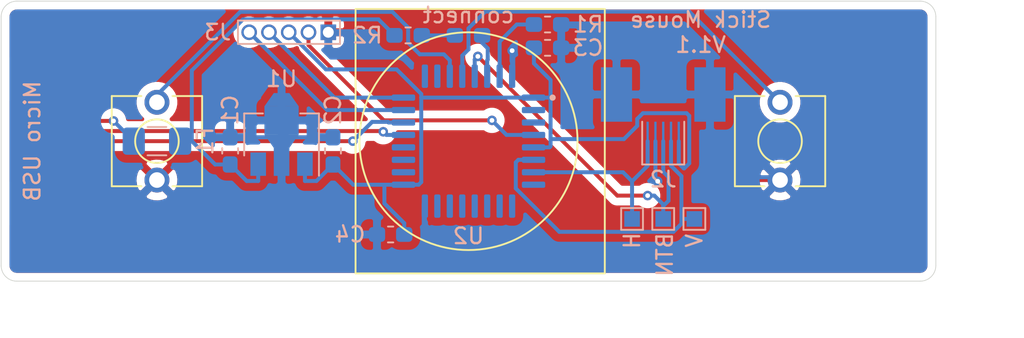
<source format=kicad_pcb>
(kicad_pcb (version 20171130) (host pcbnew "(5.1.5-0-10_14)")

  (general
    (thickness 1.6)
    (drawings 16)
    (tracks 196)
    (zones 0)
    (modules 18)
    (nets 18)
  )

  (page A4)
  (title_block
    (title StickMouse)
    (date 2021-03-21)
    (rev V1.1)
    (company https://github.com/KimiakiK)
  )

  (layers
    (0 F.Cu signal)
    (31 B.Cu signal)
    (32 B.Adhes user)
    (33 F.Adhes user)
    (34 B.Paste user)
    (35 F.Paste user)
    (36 B.SilkS user)
    (37 F.SilkS user)
    (38 B.Mask user)
    (39 F.Mask user)
    (40 Dwgs.User user)
    (41 Cmts.User user)
    (42 Eco1.User user)
    (43 Eco2.User user)
    (44 Edge.Cuts user)
    (45 Margin user)
    (46 B.CrtYd user)
    (47 F.CrtYd user)
    (48 B.Fab user hide)
    (49 F.Fab user hide)
  )

  (setup
    (last_trace_width 0.254)
    (trace_clearance 0.2032)
    (zone_clearance 0.508)
    (zone_45_only no)
    (trace_min 0.2032)
    (via_size 0.6096)
    (via_drill 0.3048)
    (via_min_size 0.6096)
    (via_min_drill 0.3048)
    (uvia_size 0.2032)
    (uvia_drill 0.1016)
    (uvias_allowed no)
    (uvia_min_size 0.2032)
    (uvia_min_drill 0.1016)
    (edge_width 0.05)
    (segment_width 0.2)
    (pcb_text_width 0.3)
    (pcb_text_size 1.5 1.5)
    (mod_edge_width 0.12)
    (mod_text_size 1 1)
    (mod_text_width 0.15)
    (pad_size 1.524 1.524)
    (pad_drill 0.762)
    (pad_to_mask_clearance 0.051)
    (solder_mask_min_width 0.25)
    (aux_axis_origin 0 0)
    (visible_elements FFFFFF7F)
    (pcbplotparams
      (layerselection 0x010fc_ffffffff)
      (usegerberextensions true)
      (usegerberattributes false)
      (usegerberadvancedattributes false)
      (creategerberjobfile false)
      (excludeedgelayer true)
      (linewidth 0.100000)
      (plotframeref false)
      (viasonmask false)
      (mode 1)
      (useauxorigin false)
      (hpglpennumber 1)
      (hpglpenspeed 20)
      (hpglpendiameter 15.000000)
      (psnegative false)
      (psa4output false)
      (plotreference true)
      (plotvalue true)
      (plotinvisibletext false)
      (padsonsilk false)
      (subtractmaskfromsilk false)
      (outputformat 1)
      (mirror false)
      (drillshape 0)
      (scaleselection 1)
      (outputdirectory "StickMouse/"))
  )

  (net 0 "")
  (net 1 GND)
  (net 2 +5V)
  (net 3 +3V3)
  (net 4 "Net-(D1-Pad2)")
  (net 5 LED_CONNECT)
  (net 6 "Net-(F1-Pad2)")
  (net 7 USB_DP)
  (net 8 USB_DM)
  (net 9 JOYSTICK_V)
  (net 10 JOYSTICK_BTN)
  (net 11 JOYSTICK_H)
  (net 12 SWDIO)
  (net 13 SWCLK)
  (net 14 NRST)
  (net 15 "Net-(R1-Pad1)")
  (net 16 BTN_LEFT)
  (net 17 BTN_RIGHT)

  (net_class Default "これはデフォルトのネット クラスです。"
    (clearance 0.2032)
    (trace_width 0.254)
    (via_dia 0.6096)
    (via_drill 0.3048)
    (uvia_dia 0.2032)
    (uvia_drill 0.1016)
    (diff_pair_width 0.2032)
    (diff_pair_gap 0.2032)
    (add_net +3V3)
    (add_net +5V)
    (add_net BTN_LEFT)
    (add_net BTN_RIGHT)
    (add_net GND)
    (add_net JOYSTICK_BTN)
    (add_net JOYSTICK_H)
    (add_net JOYSTICK_V)
    (add_net LED_CONNECT)
    (add_net NRST)
    (add_net "Net-(D1-Pad2)")
    (add_net "Net-(F1-Pad2)")
    (add_net "Net-(R1-Pad1)")
    (add_net SWCLK)
    (add_net SWDIO)
    (add_net USB_DM)
    (add_net USB_DP)
  )

  (module StickMouse:JoyCon_Joystick (layer F.Cu) (tedit 6056AC1D) (tstamp 60151A91)
    (at 0 0)
    (path /6013DA89)
    (fp_text reference J2 (at 12.5 2.45) (layer B.SilkS)
      (effects (font (size 1 1) (thickness 0.15)) (justify mirror))
    )
    (fp_text value Joystick (at 0 0) (layer F.Fab)
      (effects (font (size 1 1) (thickness 0.15)))
    )
    (fp_line (start 13.85 1.5) (end 13.85 -1.25) (layer B.SilkS) (width 0.12))
    (fp_line (start 11.15 1.5) (end 13.85 1.5) (layer B.SilkS) (width 0.12))
    (fp_line (start 11.15 -1.25) (end 11.15 1.5) (layer B.SilkS) (width 0.12))
    (fp_circle (center 0 0) (end 7 0) (layer F.SilkS) (width 0.12))
    (fp_line (start -7.25 8.5) (end -7.25 -8.5) (layer F.SilkS) (width 0.12))
    (fp_line (start 8.75 -8.5) (end 8.75 8.5) (layer F.SilkS) (width 0.12))
    (fp_line (start -7.25 -8.5) (end 8.75 -8.5) (layer F.SilkS) (width 0.12))
    (fp_line (start -7.25 8.5) (end 8.75 8.5) (layer F.SilkS) (width 0.12))
    (pad 4 smd rect (at 15.5 -3) (size 2 3.5) (layers B.Cu B.Paste B.Mask)
      (net 1 GND))
    (pad 4 smd rect (at 9.5 -3) (size 2 3.5) (layers B.Cu B.Paste B.Mask)
      (net 1 GND))
    (pad 1 smd rect (at 13.5 0) (size 0.15 2.5) (layers B.Cu B.Paste B.Mask)
      (net 3 +3V3))
    (pad 2 smd rect (at 13 0) (size 0.15 2.5) (layers B.Cu B.Paste B.Mask)
      (net 9 JOYSTICK_V))
    (pad 3 smd rect (at 12.5 0) (size 0.15 2.5) (layers B.Cu B.Paste B.Mask)
      (net 10 JOYSTICK_BTN))
    (pad 4 smd rect (at 12 0) (size 0.15 2.5) (layers B.Cu B.Paste B.Mask)
      (net 1 GND))
    (pad 5 smd rect (at 11.5 0) (size 0.15 2.5) (layers B.Cu B.Paste B.Mask)
      (net 11 JOYSTICK_H))
  )

  (module TestPoint:TestPoint_Pad_1.0x1.0mm (layer B.Cu) (tedit 5A0F774F) (tstamp 6056FB7E)
    (at 10.5 5)
    (descr "SMD rectangular pad as test Point, square 1.0mm side length")
    (tags "test point SMD pad rectangle square")
    (path /60571686)
    (attr virtual)
    (fp_text reference TP3 (at 0 1.448) (layer B.SilkS) hide
      (effects (font (size 1 1) (thickness 0.15)) (justify mirror))
    )
    (fp_text value H (at 0 -1.55) (layer B.Fab)
      (effects (font (size 1 1) (thickness 0.15)) (justify mirror))
    )
    (fp_line (start 1 -1) (end -1 -1) (layer B.CrtYd) (width 0.05))
    (fp_line (start 1 -1) (end 1 1) (layer B.CrtYd) (width 0.05))
    (fp_line (start -1 1) (end -1 -1) (layer B.CrtYd) (width 0.05))
    (fp_line (start -1 1) (end 1 1) (layer B.CrtYd) (width 0.05))
    (fp_line (start -0.7 -0.7) (end -0.7 0.7) (layer B.SilkS) (width 0.12))
    (fp_line (start 0.7 -0.7) (end -0.7 -0.7) (layer B.SilkS) (width 0.12))
    (fp_line (start 0.7 0.7) (end 0.7 -0.7) (layer B.SilkS) (width 0.12))
    (fp_line (start -0.7 0.7) (end 0.7 0.7) (layer B.SilkS) (width 0.12))
    (fp_text user %R (at 0 1.45) (layer B.Fab)
      (effects (font (size 1 1) (thickness 0.15)) (justify mirror))
    )
    (pad 1 smd rect (at 0 0) (size 1 1) (layers B.Cu B.Mask)
      (net 11 JOYSTICK_H))
  )

  (module TestPoint:TestPoint_Pad_1.0x1.0mm (layer B.Cu) (tedit 5A0F774F) (tstamp 6056FB76)
    (at 14.5 5)
    (descr "SMD rectangular pad as test Point, square 1.0mm side length")
    (tags "test point SMD pad rectangle square")
    (path /60571174)
    (attr virtual)
    (fp_text reference TP2 (at 0 1.448) (layer B.SilkS) hide
      (effects (font (size 1 1) (thickness 0.15)) (justify mirror))
    )
    (fp_text value V (at 0 -1.55) (layer B.Fab)
      (effects (font (size 1 1) (thickness 0.15)) (justify mirror))
    )
    (fp_line (start 1 -1) (end -1 -1) (layer B.CrtYd) (width 0.05))
    (fp_line (start 1 -1) (end 1 1) (layer B.CrtYd) (width 0.05))
    (fp_line (start -1 1) (end -1 -1) (layer B.CrtYd) (width 0.05))
    (fp_line (start -1 1) (end 1 1) (layer B.CrtYd) (width 0.05))
    (fp_line (start -0.7 -0.7) (end -0.7 0.7) (layer B.SilkS) (width 0.12))
    (fp_line (start 0.7 -0.7) (end -0.7 -0.7) (layer B.SilkS) (width 0.12))
    (fp_line (start 0.7 0.7) (end 0.7 -0.7) (layer B.SilkS) (width 0.12))
    (fp_line (start -0.7 0.7) (end 0.7 0.7) (layer B.SilkS) (width 0.12))
    (fp_text user %R (at 0 1.45) (layer B.Fab)
      (effects (font (size 1 1) (thickness 0.15)) (justify mirror))
    )
    (pad 1 smd rect (at 0 0) (size 1 1) (layers B.Cu B.Mask)
      (net 9 JOYSTICK_V))
  )

  (module TestPoint:TestPoint_Pad_1.0x1.0mm (layer B.Cu) (tedit 5A0F774F) (tstamp 6056FB6E)
    (at 12.5 5)
    (descr "SMD rectangular pad as test Point, square 1.0mm side length")
    (tags "test point SMD pad rectangle square")
    (path /6056C6FB)
    (attr virtual)
    (fp_text reference TP1 (at 0 1.448) (layer B.SilkS) hide
      (effects (font (size 1 1) (thickness 0.15)) (justify mirror))
    )
    (fp_text value BTN (at 0 -1.55) (layer B.Fab)
      (effects (font (size 1 1) (thickness 0.15)) (justify mirror))
    )
    (fp_line (start 1 -1) (end -1 -1) (layer B.CrtYd) (width 0.05))
    (fp_line (start 1 -1) (end 1 1) (layer B.CrtYd) (width 0.05))
    (fp_line (start -1 1) (end -1 -1) (layer B.CrtYd) (width 0.05))
    (fp_line (start -1 1) (end 1 1) (layer B.CrtYd) (width 0.05))
    (fp_line (start -0.7 -0.7) (end -0.7 0.7) (layer B.SilkS) (width 0.12))
    (fp_line (start 0.7 -0.7) (end -0.7 -0.7) (layer B.SilkS) (width 0.12))
    (fp_line (start 0.7 0.7) (end 0.7 -0.7) (layer B.SilkS) (width 0.12))
    (fp_line (start -0.7 0.7) (end 0.7 0.7) (layer B.SilkS) (width 0.12))
    (fp_text user %R (at 0 1.45) (layer B.Fab)
      (effects (font (size 1 1) (thickness 0.15)) (justify mirror))
    )
    (pad 1 smd rect (at 0 0) (size 1 1) (layers B.Cu B.Mask)
      (net 10 JOYSTICK_BTN))
  )

  (module Package_TO_SOT_SMD:SOT-89-3 (layer B.Cu) (tedit 5A02FF57) (tstamp 60151B10)
    (at -12 0 90)
    (descr SOT-89-3)
    (tags SOT-89-3)
    (path /60171835)
    (attr smd)
    (fp_text reference U1 (at 4 0 180) (layer B.SilkS)
      (effects (font (size 1 1) (thickness 0.15)) (justify mirror))
    )
    (fp_text value NJM78L33SU3 (at 0.45 -3.25 90) (layer B.Fab)
      (effects (font (size 1 1) (thickness 0.15)) (justify mirror))
    )
    (fp_line (start -2.48 -2.55) (end -2.48 2.55) (layer B.CrtYd) (width 0.05))
    (fp_line (start -2.48 -2.55) (end 3.23 -2.55) (layer B.CrtYd) (width 0.05))
    (fp_line (start 3.23 2.55) (end -2.48 2.55) (layer B.CrtYd) (width 0.05))
    (fp_line (start 3.23 2.55) (end 3.23 -2.55) (layer B.CrtYd) (width 0.05))
    (fp_line (start -0.13 2.3) (end 1.68 2.3) (layer B.Fab) (width 0.1))
    (fp_line (start -0.92 -2.3) (end -0.92 1.51) (layer B.Fab) (width 0.1))
    (fp_line (start 1.68 -2.3) (end -0.92 -2.3) (layer B.Fab) (width 0.1))
    (fp_line (start 1.68 2.3) (end 1.68 -2.3) (layer B.Fab) (width 0.1))
    (fp_line (start -0.92 1.51) (end -0.13 2.3) (layer B.Fab) (width 0.1))
    (fp_line (start 1.78 2.4) (end 1.78 1.2) (layer B.SilkS) (width 0.12))
    (fp_line (start -2.22 2.4) (end 1.78 2.4) (layer B.SilkS) (width 0.12))
    (fp_line (start 1.78 -2.4) (end -0.92 -2.4) (layer B.SilkS) (width 0.12))
    (fp_line (start 1.78 -1.2) (end 1.78 -2.4) (layer B.SilkS) (width 0.12))
    (fp_text user %R (at 0.38 0 180) (layer B.Fab)
      (effects (font (size 0.6 0.6) (thickness 0.09)) (justify mirror))
    )
    (pad 2 smd trapezoid (at -0.0762 0) (size 1.5 1) (rect_delta 0 -0.7 ) (layers B.Cu B.Paste B.Mask)
      (net 1 GND))
    (pad 2 smd rect (at 1.3335 0 180) (size 2.2 1.84) (layers B.Cu B.Paste B.Mask)
      (net 1 GND))
    (pad 3 smd rect (at -1.48 -1.5 180) (size 1 1.5) (layers B.Cu B.Paste B.Mask)
      (net 2 +5V))
    (pad 2 smd rect (at -1.3335 0 180) (size 1 1.8) (layers B.Cu B.Paste B.Mask)
      (net 1 GND))
    (pad 1 smd rect (at -1.48 1.5 180) (size 1 1.5) (layers B.Cu B.Paste B.Mask)
      (net 3 +3V3))
    (pad 2 smd trapezoid (at 2.667 0 180) (size 1.6 0.85) (rect_delta 0 -0.6 ) (layers B.Cu B.Paste B.Mask)
      (net 1 GND))
    (model ${KISYS3DMOD}/Package_TO_SOT_SMD.3dshapes/SOT-89-3.wrl
      (at (xyz 0 0 0))
      (scale (xyz 1 1 1))
      (rotate (xyz 0 0 0))
    )
  )

  (module StickMouse:Kailh_Mute_Switch (layer F.Cu) (tedit 60569C5E) (tstamp 60151AF9)
    (at 20 0)
    (path /6013EAB3)
    (fp_text reference SW2 (at 0 -4.3) (layer F.SilkS) hide
      (effects (font (size 1 1) (thickness 0.15)))
    )
    (fp_text value BTN_RIGHT (at -0.05 4.3) (layer F.Fab)
      (effects (font (size 1 1) (thickness 0.15)))
    )
    (fp_line (start 1 2.9) (end 2.9 2.9) (layer F.SilkS) (width 0.12))
    (fp_line (start 1 -2.9) (end 2.9 -2.9) (layer F.SilkS) (width 0.12))
    (fp_line (start -2.9 2.9) (end -2.9 -2.9) (layer F.SilkS) (width 0.12))
    (fp_line (start -1 2.9) (end -2.9 2.9) (layer F.SilkS) (width 0.12))
    (fp_line (start 2.9 -2.9) (end 2.9 2.9) (layer F.SilkS) (width 0.12))
    (fp_line (start -2.9 -2.9) (end -1 -2.9) (layer F.SilkS) (width 0.12))
    (fp_circle (center 0 0) (end 1.4 0) (layer F.SilkS) (width 0.12))
    (pad 2 thru_hole circle (at 0 2.5) (size 1.6 1.6) (drill 1) (layers *.Cu *.Mask)
      (net 1 GND))
    (pad 1 thru_hole circle (at 0 -2.5) (size 1.6 1.6) (drill 1) (layers *.Cu *.Mask)
      (net 17 BTN_RIGHT))
  )

  (module StickMouse:Kailh_Mute_Switch (layer F.Cu) (tedit 60569C5E) (tstamp 60151ADF)
    (at -20 0)
    (path /6013E594)
    (fp_text reference SW1 (at 0 -4.3) (layer F.SilkS) hide
      (effects (font (size 1 1) (thickness 0.15)))
    )
    (fp_text value BTN_LEFT (at -0.05 4.3) (layer F.Fab)
      (effects (font (size 1 1) (thickness 0.15)))
    )
    (fp_line (start 1 2.9) (end 2.9 2.9) (layer F.SilkS) (width 0.12))
    (fp_line (start 1 -2.9) (end 2.9 -2.9) (layer F.SilkS) (width 0.12))
    (fp_line (start -2.9 2.9) (end -2.9 -2.9) (layer F.SilkS) (width 0.12))
    (fp_line (start -1 2.9) (end -2.9 2.9) (layer F.SilkS) (width 0.12))
    (fp_line (start 2.9 -2.9) (end 2.9 2.9) (layer F.SilkS) (width 0.12))
    (fp_line (start -2.9 -2.9) (end -1 -2.9) (layer F.SilkS) (width 0.12))
    (fp_circle (center 0 0) (end 1.4 0) (layer F.SilkS) (width 0.12))
    (pad 2 thru_hole circle (at 0 2.5) (size 1.6 1.6) (drill 1) (layers *.Cu *.Mask)
      (net 1 GND))
    (pad 1 thru_hole circle (at 0 -2.5) (size 1.6 1.6) (drill 1) (layers *.Cu *.Mask)
      (net 16 BTN_LEFT))
  )

  (module LED_SMD:LED_0603_1608Metric_Pad1.05x0.95mm_HandSolder (layer B.Cu) (tedit 6017FCE0) (tstamp 60151A56)
    (at 0 -6.8 180)
    (descr "LED SMD 0603 (1608 Metric), square (rectangular) end terminal, IPC_7351 nominal, (Body size source: http://www.tortai-tech.com/upload/download/2011102023233369053.pdf), generated with kicad-footprint-generator")
    (tags "LED handsolder")
    (path /60171E71)
    (attr smd)
    (fp_text reference D1 (at 0 1.43) (layer B.SilkS) hide
      (effects (font (size 1 1) (thickness 0.15)) (justify mirror))
    )
    (fp_text value Connect (at 0 -1.43) (layer B.Fab)
      (effects (font (size 1 1) (thickness 0.15)) (justify mirror))
    )
    (fp_text user %R (at 0 0) (layer B.Fab)
      (effects (font (size 0.4 0.4) (thickness 0.06)) (justify mirror))
    )
    (fp_line (start 1.65 -0.73) (end -1.65 -0.73) (layer B.CrtYd) (width 0.05))
    (fp_line (start 1.65 0.73) (end 1.65 -0.73) (layer B.CrtYd) (width 0.05))
    (fp_line (start -1.65 0.73) (end 1.65 0.73) (layer B.CrtYd) (width 0.05))
    (fp_line (start -1.65 -0.73) (end -1.65 0.73) (layer B.CrtYd) (width 0.05))
    (fp_line (start 0.8 -0.4) (end 0.8 0.4) (layer B.Fab) (width 0.1))
    (fp_line (start -0.8 -0.4) (end 0.8 -0.4) (layer B.Fab) (width 0.1))
    (fp_line (start -0.8 0.1) (end -0.8 -0.4) (layer B.Fab) (width 0.1))
    (fp_line (start -0.5 0.4) (end -0.8 0.1) (layer B.Fab) (width 0.1))
    (fp_line (start 0.8 0.4) (end -0.5 0.4) (layer B.Fab) (width 0.1))
    (pad 2 smd roundrect (at 0.875 0 180) (size 1.05 0.95) (layers B.Cu B.Paste B.Mask) (roundrect_rratio 0.25)
      (net 4 "Net-(D1-Pad2)"))
    (pad 1 smd roundrect (at -0.875 0 180) (size 1.05 0.95) (layers B.Cu B.Paste B.Mask) (roundrect_rratio 0.25)
      (net 5 LED_CONNECT))
    (model ${KISYS3DMOD}/LED_SMD.3dshapes/LED_0603_1608Metric.wrl
      (at (xyz 0 0 0))
      (scale (xyz 1 1 1))
      (rotate (xyz 0 0 0))
    )
  )

  (module StickMouse:STM32_Debug_5pin (layer B.Cu) (tedit 6014B6E5) (tstamp 60151AA3)
    (at -9 -7 90)
    (descr "Through hole straight pin header, 1x05, 1.27mm pitch, single row")
    (tags "Through hole pin header THT 1x05 1.27mm single row")
    (path /601A3DE3)
    (fp_text reference J3 (at 0 -7.1 180) (layer B.SilkS)
      (effects (font (size 1 1) (thickness 0.15)) (justify mirror))
    )
    (fp_text value Debug (at 0 -6.775 90) (layer B.Fab)
      (effects (font (size 1 1) (thickness 0.15)) (justify mirror))
    )
    (fp_text user %R (at 0 -2.54 180) (layer B.Fab)
      (effects (font (size 1 1) (thickness 0.15)) (justify mirror))
    )
    (fp_line (start 0.75 0.75) (end -0.75 0.75) (layer B.CrtYd) (width 0.05))
    (fp_line (start 0.75 -5.8) (end 0.75 0.75) (layer B.CrtYd) (width 0.05))
    (fp_line (start -0.75 -5.8) (end 0.75 -5.8) (layer B.CrtYd) (width 0.05))
    (fp_line (start -0.75 0.75) (end -0.75 -5.8) (layer B.CrtYd) (width 0.05))
    (fp_line (start -0.75 0.75) (end 0.75 0.75) (layer B.SilkS) (width 0.12))
    (fp_line (start 0.75 0.75) (end 0.75 -5.8) (layer B.SilkS) (width 0.12))
    (fp_line (start -0.75 0.75) (end -0.75 -5.8) (layer B.SilkS) (width 0.12))
    (fp_line (start -0.75 -5.8) (end 0.75 -5.8) (layer B.SilkS) (width 0.12))
    (pad 5 thru_hole oval (at 0 -5.08 90) (size 1 1) (drill 0.7) (layers *.Cu *.Mask)
      (net 12 SWDIO))
    (pad 4 thru_hole oval (at 0 -3.81 90) (size 1 1) (drill 0.7) (layers *.Cu *.Mask)
      (net 13 SWCLK))
    (pad 3 thru_hole oval (at 0 -2.54 90) (size 1 1) (drill 0.7) (layers *.Cu *.Mask)
      (net 3 +3V3))
    (pad 2 thru_hole oval (at 0 -1.27 90) (size 1 1) (drill 0.7) (layers *.Cu *.Mask)
      (net 14 NRST))
    (pad 1 thru_hole rect (at 0 0 90) (size 1 1) (drill 0.7) (layers *.Cu *.Mask)
      (net 1 GND))
    (model ${KISYS3DMOD}/Connector_PinHeader_1.27mm.3dshapes/PinHeader_1x05_P1.27mm_Vertical.wrl
      (at (xyz 0 0 0))
      (scale (xyz 1 1 1))
      (rotate (xyz 0 0 0))
    )
  )

  (module Capacitor_SMD:C_0603_1608Metric_Pad1.05x0.95mm_HandSolder (layer B.Cu) (tedit 5B301BBE) (tstamp 60151A43)
    (at -5 6 180)
    (descr "Capacitor SMD 0603 (1608 Metric), square (rectangular) end terminal, IPC_7351 nominal with elongated pad for handsoldering. (Body size source: http://www.tortai-tech.com/upload/download/2011102023233369053.pdf), generated with kicad-footprint-generator")
    (tags "capacitor handsolder")
    (path /6017D938)
    (attr smd)
    (fp_text reference C4 (at 2.6 0) (layer B.SilkS)
      (effects (font (size 1 1) (thickness 0.15)) (justify mirror))
    )
    (fp_text value 0.1uF (at 0 -1.43) (layer B.Fab)
      (effects (font (size 1 1) (thickness 0.15)) (justify mirror))
    )
    (fp_text user %R (at 0 0) (layer B.Fab)
      (effects (font (size 0.4 0.4) (thickness 0.06)) (justify mirror))
    )
    (fp_line (start 1.65 -0.73) (end -1.65 -0.73) (layer B.CrtYd) (width 0.05))
    (fp_line (start 1.65 0.73) (end 1.65 -0.73) (layer B.CrtYd) (width 0.05))
    (fp_line (start -1.65 0.73) (end 1.65 0.73) (layer B.CrtYd) (width 0.05))
    (fp_line (start -1.65 -0.73) (end -1.65 0.73) (layer B.CrtYd) (width 0.05))
    (fp_line (start -0.171267 -0.51) (end 0.171267 -0.51) (layer B.SilkS) (width 0.12))
    (fp_line (start -0.171267 0.51) (end 0.171267 0.51) (layer B.SilkS) (width 0.12))
    (fp_line (start 0.8 -0.4) (end -0.8 -0.4) (layer B.Fab) (width 0.1))
    (fp_line (start 0.8 0.4) (end 0.8 -0.4) (layer B.Fab) (width 0.1))
    (fp_line (start -0.8 0.4) (end 0.8 0.4) (layer B.Fab) (width 0.1))
    (fp_line (start -0.8 -0.4) (end -0.8 0.4) (layer B.Fab) (width 0.1))
    (pad 2 smd roundrect (at 0.875 0 180) (size 1.05 0.95) (layers B.Cu B.Paste B.Mask) (roundrect_rratio 0.25)
      (net 1 GND))
    (pad 1 smd roundrect (at -0.875 0 180) (size 1.05 0.95) (layers B.Cu B.Paste B.Mask) (roundrect_rratio 0.25)
      (net 3 +3V3))
    (model ${KISYS3DMOD}/Capacitor_SMD.3dshapes/C_0603_1608Metric.wrl
      (at (xyz 0 0 0))
      (scale (xyz 1 1 1))
      (rotate (xyz 0 0 0))
    )
  )

  (module Capacitor_SMD:C_0603_1608Metric_Pad1.05x0.95mm_HandSolder (layer B.Cu) (tedit 5B301BBE) (tstamp 60151A10)
    (at -15.3 0.625 90)
    (descr "Capacitor SMD 0603 (1608 Metric), square (rectangular) end terminal, IPC_7351 nominal with elongated pad for handsoldering. (Body size source: http://www.tortai-tech.com/upload/download/2011102023233369053.pdf), generated with kicad-footprint-generator")
    (tags "capacitor handsolder")
    (path /60189AD0)
    (attr smd)
    (fp_text reference C1 (at 2.625 0 90) (layer B.SilkS)
      (effects (font (size 1 1) (thickness 0.15)) (justify mirror))
    )
    (fp_text value 0.39uF (at 0 -1.43 90) (layer B.Fab)
      (effects (font (size 1 1) (thickness 0.15)) (justify mirror))
    )
    (fp_text user %R (at 0 0 90) (layer B.Fab)
      (effects (font (size 0.4 0.4) (thickness 0.06)) (justify mirror))
    )
    (fp_line (start 1.65 -0.73) (end -1.65 -0.73) (layer B.CrtYd) (width 0.05))
    (fp_line (start 1.65 0.73) (end 1.65 -0.73) (layer B.CrtYd) (width 0.05))
    (fp_line (start -1.65 0.73) (end 1.65 0.73) (layer B.CrtYd) (width 0.05))
    (fp_line (start -1.65 -0.73) (end -1.65 0.73) (layer B.CrtYd) (width 0.05))
    (fp_line (start -0.171267 -0.51) (end 0.171267 -0.51) (layer B.SilkS) (width 0.12))
    (fp_line (start -0.171267 0.51) (end 0.171267 0.51) (layer B.SilkS) (width 0.12))
    (fp_line (start 0.8 -0.4) (end -0.8 -0.4) (layer B.Fab) (width 0.1))
    (fp_line (start 0.8 0.4) (end 0.8 -0.4) (layer B.Fab) (width 0.1))
    (fp_line (start -0.8 0.4) (end 0.8 0.4) (layer B.Fab) (width 0.1))
    (fp_line (start -0.8 -0.4) (end -0.8 0.4) (layer B.Fab) (width 0.1))
    (pad 2 smd roundrect (at 0.875 0 90) (size 1.05 0.95) (layers B.Cu B.Paste B.Mask) (roundrect_rratio 0.25)
      (net 1 GND))
    (pad 1 smd roundrect (at -0.875 0 90) (size 1.05 0.95) (layers B.Cu B.Paste B.Mask) (roundrect_rratio 0.25)
      (net 2 +5V))
    (model ${KISYS3DMOD}/Capacitor_SMD.3dshapes/C_0603_1608Metric.wrl
      (at (xyz 0 0 0))
      (scale (xyz 1 1 1))
      (rotate (xyz 0 0 0))
    )
  )

  (module StickMouse:LQFP-32_7x7mm_P0.8mm_FusionPCB (layer B.Cu) (tedit 5EEB7036) (tstamp 60151B3B)
    (at 0 0 180)
    (descr "LQFP, 32 Pin (https://www.nxp.com/docs/en/package-information/SOT358-1.pdf), generated with kicad-footprint-generator ipc_gullwing_generator.py")
    (tags "LQFP QFP")
    (path /6013CE09)
    (attr smd)
    (fp_text reference U2 (at 0 -6.1) (layer B.SilkS)
      (effects (font (size 1 1) (thickness 0.15)) (justify mirror))
    )
    (fp_text value STM32F042K6Tx (at 0 -5.88) (layer B.Fab)
      (effects (font (size 1 1) (thickness 0.15)) (justify mirror))
    )
    (fp_circle (center -5.4 2.8) (end -5.3 2.8) (layer B.SilkS) (width 0.2))
    (fp_line (start -2.5 3.5) (end 3.5 3.5) (layer B.Fab) (width 0.1))
    (fp_line (start 3.5 3.5) (end 3.5 -3.5) (layer B.Fab) (width 0.1))
    (fp_line (start 3.5 -3.5) (end -3.5 -3.5) (layer B.Fab) (width 0.1))
    (fp_line (start -3.5 -3.5) (end -3.5 2.5) (layer B.Fab) (width 0.1))
    (fp_line (start -3.5 2.5) (end -2.5 3.5) (layer B.Fab) (width 0.1))
    (fp_text user %R (at 0 0) (layer B.Fab) hide
      (effects (font (size 1 1) (thickness 0.15)) (justify mirror))
    )
    (pad 1 smd roundrect (at -4.175 2.8 180) (size 1.5 0.4) (layers B.Cu B.Paste B.Mask) (roundrect_rratio 0.25)
      (net 3 +3V3))
    (pad 2 smd roundrect (at -4.175 2 180) (size 1.5 0.4) (layers B.Cu B.Paste B.Mask) (roundrect_rratio 0.25))
    (pad 3 smd roundrect (at -4.175 1.2 180) (size 1.5 0.4) (layers B.Cu B.Paste B.Mask) (roundrect_rratio 0.25))
    (pad 4 smd roundrect (at -4.175 0.4 180) (size 1.5 0.4) (layers B.Cu B.Paste B.Mask) (roundrect_rratio 0.25)
      (net 14 NRST))
    (pad 5 smd roundrect (at -4.175 -0.4 180) (size 1.5 0.4) (layers B.Cu B.Paste B.Mask) (roundrect_rratio 0.25)
      (net 3 +3V3))
    (pad 6 smd roundrect (at -4.175 -1.2 180) (size 1.5 0.4) (layers B.Cu B.Paste B.Mask) (roundrect_rratio 0.25)
      (net 9 JOYSTICK_V))
    (pad 7 smd roundrect (at -4.175 -2 180) (size 1.5 0.4) (layers B.Cu B.Paste B.Mask) (roundrect_rratio 0.25)
      (net 11 JOYSTICK_H))
    (pad 8 smd roundrect (at -4.175 -2.8 180) (size 1.5 0.4) (layers B.Cu B.Paste B.Mask) (roundrect_rratio 0.25))
    (pad 9 smd roundrect (at -2.8 -4.175 180) (size 0.4 1.5) (layers B.Cu B.Paste B.Mask) (roundrect_rratio 0.25))
    (pad 10 smd roundrect (at -2 -4.175 180) (size 0.4 1.5) (layers B.Cu B.Paste B.Mask) (roundrect_rratio 0.25))
    (pad 11 smd roundrect (at -1.2 -4.175 180) (size 0.4 1.5) (layers B.Cu B.Paste B.Mask) (roundrect_rratio 0.25))
    (pad 12 smd roundrect (at -0.4 -4.175 180) (size 0.4 1.5) (layers B.Cu B.Paste B.Mask) (roundrect_rratio 0.25))
    (pad 13 smd roundrect (at 0.4 -4.175 180) (size 0.4 1.5) (layers B.Cu B.Paste B.Mask) (roundrect_rratio 0.25))
    (pad 14 smd roundrect (at 1.2 -4.175 180) (size 0.4 1.5) (layers B.Cu B.Paste B.Mask) (roundrect_rratio 0.25))
    (pad 15 smd roundrect (at 2 -4.175 180) (size 0.4 1.5) (layers B.Cu B.Paste B.Mask) (roundrect_rratio 0.25))
    (pad 16 smd roundrect (at 2.8 -4.175 180) (size 0.4 1.5) (layers B.Cu B.Paste B.Mask) (roundrect_rratio 0.25)
      (net 1 GND))
    (pad 17 smd roundrect (at 4.175 -2.8 180) (size 1.5 0.4) (layers B.Cu B.Paste B.Mask) (roundrect_rratio 0.25)
      (net 3 +3V3))
    (pad 18 smd roundrect (at 4.175 -2 180) (size 1.5 0.4) (layers B.Cu B.Paste B.Mask) (roundrect_rratio 0.25))
    (pad 19 smd roundrect (at 4.175 -1.2 180) (size 1.5 0.4) (layers B.Cu B.Paste B.Mask) (roundrect_rratio 0.25))
    (pad 20 smd roundrect (at 4.175 -0.4 180) (size 1.5 0.4) (layers B.Cu B.Paste B.Mask) (roundrect_rratio 0.25))
    (pad 21 smd roundrect (at 4.175 0.4 180) (size 1.5 0.4) (layers B.Cu B.Paste B.Mask) (roundrect_rratio 0.25)
      (net 8 USB_DM))
    (pad 22 smd roundrect (at 4.175 1.2 180) (size 1.5 0.4) (layers B.Cu B.Paste B.Mask) (roundrect_rratio 0.25)
      (net 7 USB_DP))
    (pad 23 smd roundrect (at 4.175 2 180) (size 1.5 0.4) (layers B.Cu B.Paste B.Mask) (roundrect_rratio 0.25)
      (net 12 SWDIO))
    (pad 24 smd roundrect (at 4.175 2.8 180) (size 1.5 0.4) (layers B.Cu B.Paste B.Mask) (roundrect_rratio 0.25)
      (net 13 SWCLK))
    (pad 25 smd roundrect (at 2.8 4.175 180) (size 0.4 1.5) (layers B.Cu B.Paste B.Mask) (roundrect_rratio 0.25))
    (pad 26 smd roundrect (at 2 4.175 180) (size 0.4 1.5) (layers B.Cu B.Paste B.Mask) (roundrect_rratio 0.25))
    (pad 27 smd roundrect (at 1.2 4.175 180) (size 0.4 1.5) (layers B.Cu B.Paste B.Mask) (roundrect_rratio 0.25)
      (net 16 BTN_LEFT))
    (pad 28 smd roundrect (at 0.4 4.175 180) (size 0.4 1.5) (layers B.Cu B.Paste B.Mask) (roundrect_rratio 0.25)
      (net 17 BTN_RIGHT))
    (pad 29 smd roundrect (at -0.4 4.175 180) (size 0.4 1.5) (layers B.Cu B.Paste B.Mask) (roundrect_rratio 0.25)
      (net 10 JOYSTICK_BTN))
    (pad 30 smd roundrect (at -1.2 4.175 180) (size 0.4 1.5) (layers B.Cu B.Paste B.Mask) (roundrect_rratio 0.25)
      (net 5 LED_CONNECT))
    (pad 31 smd roundrect (at -2 4.175 180) (size 0.4 1.5) (layers B.Cu B.Paste B.Mask) (roundrect_rratio 0.25)
      (net 15 "Net-(R1-Pad1)"))
    (pad 32 smd roundrect (at -2.8 4.175 180) (size 0.4 1.5) (layers B.Cu B.Paste B.Mask) (roundrect_rratio 0.25)
      (net 1 GND))
    (model ${KISYS3DMOD}/Package_QFP.3dshapes/LQFP-32_7x7mm_P0.8mm.wrl
      (at (xyz 0 0 0))
      (scale (xyz 1 1 1))
      (rotate (xyz 0 0 0))
    )
  )

  (module Resistor_SMD:R_0603_1608Metric_Pad1.05x0.95mm_HandSolder (layer B.Cu) (tedit 5B301BBD) (tstamp 60151AC5)
    (at -3.875 -6.8 180)
    (descr "Resistor SMD 0603 (1608 Metric), square (rectangular) end terminal, IPC_7351 nominal with elongated pad for handsoldering. (Body size source: http://www.tortai-tech.com/upload/download/2011102023233369053.pdf), generated with kicad-footprint-generator")
    (tags "resistor handsolder")
    (path /6019BD4D)
    (attr smd)
    (fp_text reference R2 (at 2.625 0) (layer B.SilkS)
      (effects (font (size 1 1) (thickness 0.15)) (justify mirror))
    )
    (fp_text value R (at 0 -1.43) (layer B.Fab)
      (effects (font (size 1 1) (thickness 0.15)) (justify mirror))
    )
    (fp_text user %R (at 0 0) (layer B.Fab)
      (effects (font (size 0.4 0.4) (thickness 0.06)) (justify mirror))
    )
    (fp_line (start 1.65 -0.73) (end -1.65 -0.73) (layer B.CrtYd) (width 0.05))
    (fp_line (start 1.65 0.73) (end 1.65 -0.73) (layer B.CrtYd) (width 0.05))
    (fp_line (start -1.65 0.73) (end 1.65 0.73) (layer B.CrtYd) (width 0.05))
    (fp_line (start -1.65 -0.73) (end -1.65 0.73) (layer B.CrtYd) (width 0.05))
    (fp_line (start -0.171267 -0.51) (end 0.171267 -0.51) (layer B.SilkS) (width 0.12))
    (fp_line (start -0.171267 0.51) (end 0.171267 0.51) (layer B.SilkS) (width 0.12))
    (fp_line (start 0.8 -0.4) (end -0.8 -0.4) (layer B.Fab) (width 0.1))
    (fp_line (start 0.8 0.4) (end 0.8 -0.4) (layer B.Fab) (width 0.1))
    (fp_line (start -0.8 0.4) (end 0.8 0.4) (layer B.Fab) (width 0.1))
    (fp_line (start -0.8 -0.4) (end -0.8 0.4) (layer B.Fab) (width 0.1))
    (pad 2 smd roundrect (at 0.875 0 180) (size 1.05 0.95) (layers B.Cu B.Paste B.Mask) (roundrect_rratio 0.25)
      (net 2 +5V))
    (pad 1 smd roundrect (at -0.875 0 180) (size 1.05 0.95) (layers B.Cu B.Paste B.Mask) (roundrect_rratio 0.25)
      (net 4 "Net-(D1-Pad2)"))
    (model ${KISYS3DMOD}/Resistor_SMD.3dshapes/R_0603_1608Metric.wrl
      (at (xyz 0 0 0))
      (scale (xyz 1 1 1))
      (rotate (xyz 0 0 0))
    )
  )

  (module Resistor_SMD:R_0603_1608Metric_Pad1.05x0.95mm_HandSolder (layer B.Cu) (tedit 5B301BBD) (tstamp 60151AB4)
    (at 5.075 -7.5)
    (descr "Resistor SMD 0603 (1608 Metric), square (rectangular) end terminal, IPC_7351 nominal with elongated pad for handsoldering. (Body size source: http://www.tortai-tech.com/upload/download/2011102023233369053.pdf), generated with kicad-footprint-generator")
    (tags "resistor handsolder")
    (path /6017325B)
    (attr smd)
    (fp_text reference R1 (at 2.6 0) (layer B.SilkS)
      (effects (font (size 1 1) (thickness 0.15)) (justify mirror))
    )
    (fp_text value 10k (at 0 -1.43) (layer B.Fab)
      (effects (font (size 1 1) (thickness 0.15)) (justify mirror))
    )
    (fp_text user %R (at 0 0) (layer B.Fab)
      (effects (font (size 0.4 0.4) (thickness 0.06)) (justify mirror))
    )
    (fp_line (start 1.65 -0.73) (end -1.65 -0.73) (layer B.CrtYd) (width 0.05))
    (fp_line (start 1.65 0.73) (end 1.65 -0.73) (layer B.CrtYd) (width 0.05))
    (fp_line (start -1.65 0.73) (end 1.65 0.73) (layer B.CrtYd) (width 0.05))
    (fp_line (start -1.65 -0.73) (end -1.65 0.73) (layer B.CrtYd) (width 0.05))
    (fp_line (start -0.171267 -0.51) (end 0.171267 -0.51) (layer B.SilkS) (width 0.12))
    (fp_line (start -0.171267 0.51) (end 0.171267 0.51) (layer B.SilkS) (width 0.12))
    (fp_line (start 0.8 -0.4) (end -0.8 -0.4) (layer B.Fab) (width 0.1))
    (fp_line (start 0.8 0.4) (end 0.8 -0.4) (layer B.Fab) (width 0.1))
    (fp_line (start -0.8 0.4) (end 0.8 0.4) (layer B.Fab) (width 0.1))
    (fp_line (start -0.8 -0.4) (end -0.8 0.4) (layer B.Fab) (width 0.1))
    (pad 2 smd roundrect (at 0.875 0) (size 1.05 0.95) (layers B.Cu B.Paste B.Mask) (roundrect_rratio 0.25)
      (net 1 GND))
    (pad 1 smd roundrect (at -0.875 0) (size 1.05 0.95) (layers B.Cu B.Paste B.Mask) (roundrect_rratio 0.25)
      (net 15 "Net-(R1-Pad1)"))
    (model ${KISYS3DMOD}/Resistor_SMD.3dshapes/R_0603_1608Metric.wrl
      (at (xyz 0 0 0))
      (scale (xyz 1 1 1))
      (rotate (xyz 0 0 0))
    )
  )

  (module StickMouse:ZX62-B-5PA (layer F.Cu) (tedit 6014B47C) (tstamp 60151A78)
    (at -28 0 270)
    (descr "Micro USB connector")
    (tags "Micro USB connector")
    (path /6013F4C6)
    (fp_text reference J1 (at 6 0) (layer F.SilkS) hide
      (effects (font (size 1 1) (thickness 0.15)))
    )
    (fp_text value USB_B_Micro (at 0 2.6 90) (layer F.Fab)
      (effects (font (size 1 1) (thickness 0.15)))
    )
    (fp_line (start -3.7 1.45) (end -3.7 -2.85) (layer F.CrtYd) (width 0.12))
    (fp_line (start 3.8 1.45) (end -3.7 1.45) (layer F.CrtYd) (width 0.12))
    (fp_line (start 3.8 -2.85) (end 3.8 1.45) (layer F.CrtYd) (width 0.12))
    (fp_line (start -3.7 -2.85) (end 3.8 -2.85) (layer F.CrtYd) (width 0.12))
    (pad 6 smd rect (at 4 0 270) (size 1.8 1.9) (layers F.Cu F.Paste F.Mask)
      (net 1 GND))
    (pad 6 smd rect (at -4 0 270) (size 1.8 1.9) (layers F.Cu F.Paste F.Mask)
      (net 1 GND))
    (pad 6 smd rect (at 3.1 -2.55 270) (size 2.1 1.6) (layers F.Cu F.Paste F.Mask)
      (net 1 GND))
    (pad 6 smd rect (at -3.1 -2.55 270) (size 2.1 1.6) (layers F.Cu F.Paste F.Mask)
      (net 1 GND))
    (pad 5 smd rect (at 1.3 -2.85 270) (size 0.3 1.75) (layers F.Cu F.Paste F.Mask)
      (net 1 GND))
    (pad 4 smd rect (at 0.65 -2.875 270) (size 0.3 1.75) (layers F.Cu F.Paste F.Mask))
    (pad 3 smd rect (at 0 -2.875 270) (size 0.3 1.75) (layers F.Cu F.Paste F.Mask)
      (net 7 USB_DP))
    (pad 2 smd rect (at -0.65 -2.875 270) (size 0.3 1.75) (layers F.Cu F.Paste F.Mask)
      (net 8 USB_DM))
    (pad 1 smd rect (at -1.3 -2.875 270) (size 0.3 1.75) (layers F.Cu F.Paste F.Mask)
      (net 6 "Net-(F1-Pad2)"))
  )

  (module Fuse:Fuse_1206_3216Metric_Pad1.42x1.75mm_HandSolder (layer B.Cu) (tedit 5B301BBE) (tstamp 60151A67)
    (at -20 0 180)
    (descr "Fuse SMD 1206 (3216 Metric), square (rectangular) end terminal, IPC_7351 nominal with elongated pad for handsoldering. (Body size source: http://www.tortai-tech.com/upload/download/2011102023233369053.pdf), generated with kicad-footprint-generator")
    (tags "resistor handsolder")
    (path /6018334F)
    (attr smd)
    (fp_text reference F1 (at -3.1 0 90) (layer B.SilkS)
      (effects (font (size 1 1) (thickness 0.15)) (justify mirror))
    )
    (fp_text value Polyfuse (at 0 -1.82) (layer B.Fab)
      (effects (font (size 1 1) (thickness 0.15)) (justify mirror))
    )
    (fp_text user %R (at 0 0) (layer B.Fab)
      (effects (font (size 0.8 0.8) (thickness 0.12)) (justify mirror))
    )
    (fp_line (start 2.45 -1.12) (end -2.45 -1.12) (layer B.CrtYd) (width 0.05))
    (fp_line (start 2.45 1.12) (end 2.45 -1.12) (layer B.CrtYd) (width 0.05))
    (fp_line (start -2.45 1.12) (end 2.45 1.12) (layer B.CrtYd) (width 0.05))
    (fp_line (start -2.45 -1.12) (end -2.45 1.12) (layer B.CrtYd) (width 0.05))
    (fp_line (start -0.602064 -0.91) (end 0.602064 -0.91) (layer B.SilkS) (width 0.12))
    (fp_line (start -0.602064 0.91) (end 0.602064 0.91) (layer B.SilkS) (width 0.12))
    (fp_line (start 1.6 -0.8) (end -1.6 -0.8) (layer B.Fab) (width 0.1))
    (fp_line (start 1.6 0.8) (end 1.6 -0.8) (layer B.Fab) (width 0.1))
    (fp_line (start -1.6 0.8) (end 1.6 0.8) (layer B.Fab) (width 0.1))
    (fp_line (start -1.6 -0.8) (end -1.6 0.8) (layer B.Fab) (width 0.1))
    (pad 2 smd roundrect (at 1.4875 0 180) (size 1.425 1.75) (layers B.Cu B.Paste B.Mask) (roundrect_rratio 0.175439)
      (net 6 "Net-(F1-Pad2)"))
    (pad 1 smd roundrect (at -1.4875 0 180) (size 1.425 1.75) (layers B.Cu B.Paste B.Mask) (roundrect_rratio 0.175439)
      (net 2 +5V))
    (model ${KISYS3DMOD}/Fuse.3dshapes/Fuse_1206_3216Metric.wrl
      (at (xyz 0 0 0))
      (scale (xyz 1 1 1))
      (rotate (xyz 0 0 0))
    )
  )

  (module Capacitor_SMD:C_0603_1608Metric_Pad1.05x0.95mm_HandSolder (layer B.Cu) (tedit 5B301BBE) (tstamp 60151A32)
    (at 5.075 -6)
    (descr "Capacitor SMD 0603 (1608 Metric), square (rectangular) end terminal, IPC_7351 nominal with elongated pad for handsoldering. (Body size source: http://www.tortai-tech.com/upload/download/2011102023233369053.pdf), generated with kicad-footprint-generator")
    (tags "capacitor handsolder")
    (path /601729B3)
    (attr smd)
    (fp_text reference C3 (at 2.6 0) (layer B.SilkS)
      (effects (font (size 1 1) (thickness 0.15)) (justify mirror))
    )
    (fp_text value 0.1uF (at 0 -1.43) (layer B.Fab)
      (effects (font (size 1 1) (thickness 0.15)) (justify mirror))
    )
    (fp_text user %R (at 0 0) (layer B.Fab)
      (effects (font (size 0.4 0.4) (thickness 0.06)) (justify mirror))
    )
    (fp_line (start 1.65 -0.73) (end -1.65 -0.73) (layer B.CrtYd) (width 0.05))
    (fp_line (start 1.65 0.73) (end 1.65 -0.73) (layer B.CrtYd) (width 0.05))
    (fp_line (start -1.65 0.73) (end 1.65 0.73) (layer B.CrtYd) (width 0.05))
    (fp_line (start -1.65 -0.73) (end -1.65 0.73) (layer B.CrtYd) (width 0.05))
    (fp_line (start -0.171267 -0.51) (end 0.171267 -0.51) (layer B.SilkS) (width 0.12))
    (fp_line (start -0.171267 0.51) (end 0.171267 0.51) (layer B.SilkS) (width 0.12))
    (fp_line (start 0.8 -0.4) (end -0.8 -0.4) (layer B.Fab) (width 0.1))
    (fp_line (start 0.8 0.4) (end 0.8 -0.4) (layer B.Fab) (width 0.1))
    (fp_line (start -0.8 0.4) (end 0.8 0.4) (layer B.Fab) (width 0.1))
    (fp_line (start -0.8 -0.4) (end -0.8 0.4) (layer B.Fab) (width 0.1))
    (pad 2 smd roundrect (at 0.875 0) (size 1.05 0.95) (layers B.Cu B.Paste B.Mask) (roundrect_rratio 0.25)
      (net 1 GND))
    (pad 1 smd roundrect (at -0.875 0) (size 1.05 0.95) (layers B.Cu B.Paste B.Mask) (roundrect_rratio 0.25)
      (net 3 +3V3))
    (model ${KISYS3DMOD}/Capacitor_SMD.3dshapes/C_0603_1608Metric.wrl
      (at (xyz 0 0 0))
      (scale (xyz 1 1 1))
      (rotate (xyz 0 0 0))
    )
  )

  (module Capacitor_SMD:C_0603_1608Metric_Pad1.05x0.95mm_HandSolder (layer B.Cu) (tedit 5B301BBE) (tstamp 60151A21)
    (at -8.7 0.625 90)
    (descr "Capacitor SMD 0603 (1608 Metric), square (rectangular) end terminal, IPC_7351 nominal with elongated pad for handsoldering. (Body size source: http://www.tortai-tech.com/upload/download/2011102023233369053.pdf), generated with kicad-footprint-generator")
    (tags "capacitor handsolder")
    (path /60188659)
    (attr smd)
    (fp_text reference C2 (at 2.625 0 90) (layer B.SilkS)
      (effects (font (size 1 1) (thickness 0.15)) (justify mirror))
    )
    (fp_text value 0.1uF (at 0 -1.43 90) (layer B.Fab)
      (effects (font (size 1 1) (thickness 0.15)) (justify mirror))
    )
    (fp_text user %R (at 0 0 90) (layer B.Fab)
      (effects (font (size 0.4 0.4) (thickness 0.06)) (justify mirror))
    )
    (fp_line (start 1.65 -0.73) (end -1.65 -0.73) (layer B.CrtYd) (width 0.05))
    (fp_line (start 1.65 0.73) (end 1.65 -0.73) (layer B.CrtYd) (width 0.05))
    (fp_line (start -1.65 0.73) (end 1.65 0.73) (layer B.CrtYd) (width 0.05))
    (fp_line (start -1.65 -0.73) (end -1.65 0.73) (layer B.CrtYd) (width 0.05))
    (fp_line (start -0.171267 -0.51) (end 0.171267 -0.51) (layer B.SilkS) (width 0.12))
    (fp_line (start -0.171267 0.51) (end 0.171267 0.51) (layer B.SilkS) (width 0.12))
    (fp_line (start 0.8 -0.4) (end -0.8 -0.4) (layer B.Fab) (width 0.1))
    (fp_line (start 0.8 0.4) (end 0.8 -0.4) (layer B.Fab) (width 0.1))
    (fp_line (start -0.8 0.4) (end 0.8 0.4) (layer B.Fab) (width 0.1))
    (fp_line (start -0.8 -0.4) (end -0.8 0.4) (layer B.Fab) (width 0.1))
    (pad 2 smd roundrect (at 0.875 0 90) (size 1.05 0.95) (layers B.Cu B.Paste B.Mask) (roundrect_rratio 0.25)
      (net 1 GND))
    (pad 1 smd roundrect (at -0.875 0 90) (size 1.05 0.95) (layers B.Cu B.Paste B.Mask) (roundrect_rratio 0.25)
      (net 3 +3V3))
    (model ${KISYS3DMOD}/Capacitor_SMD.3dshapes/C_0603_1608Metric.wrl
      (at (xyz 0 0 0))
      (scale (xyz 1 1 1))
      (rotate (xyz 0 0 0))
    )
  )

  (dimension 18 (width 0.15) (layer Dwgs.User)
    (gr_text "18.000 mm" (at 34.3 0 90) (layer Dwgs.User)
      (effects (font (size 1 1) (thickness 0.15)))
    )
    (feature1 (pts (xy 31 -9) (xy 33.586421 -9)))
    (feature2 (pts (xy 31 9) (xy 33.586421 9)))
    (crossbar (pts (xy 33 9) (xy 33 -9)))
    (arrow1a (pts (xy 33 -9) (xy 33.586421 -7.873496)))
    (arrow1b (pts (xy 33 -9) (xy 32.413579 -7.873496)))
    (arrow2a (pts (xy 33 9) (xy 33.586421 7.873496)))
    (arrow2b (pts (xy 33 9) (xy 32.413579 7.873496)))
  )
  (dimension 60 (width 0.15) (layer Dwgs.User)
    (gr_text "60.000 mm" (at 0 13.3) (layer Dwgs.User)
      (effects (font (size 1 1) (thickness 0.15)))
    )
    (feature1 (pts (xy 30 10) (xy 30 12.586421)))
    (feature2 (pts (xy -30 10) (xy -30 12.586421)))
    (crossbar (pts (xy -30 12) (xy 30 12)))
    (arrow1a (pts (xy 30 12) (xy 28.873496 12.586421)))
    (arrow1b (pts (xy 30 12) (xy 28.873496 11.413579)))
    (arrow2a (pts (xy -30 12) (xy -28.873496 12.586421)))
    (arrow2b (pts (xy -30 12) (xy -28.873496 11.413579)))
  )
  (gr_arc (start 29 -8) (end 30 -8) (angle -90) (layer Edge.Cuts) (width 0.05))
  (gr_arc (start 29 8) (end 29 9) (angle -90) (layer Edge.Cuts) (width 0.05))
  (gr_arc (start -29 8) (end -30 8) (angle -90) (layer Edge.Cuts) (width 0.05))
  (gr_arc (start -29 -8) (end -29 -9) (angle -90) (layer Edge.Cuts) (width 0.05))
  (gr_text "Micro USB" (at -28 0 90) (layer B.SilkS) (tstamp 6057192B)
    (effects (font (size 1 1) (thickness 0.15)) (justify mirror))
  )
  (gr_text H (at 10.5 6.4 90) (layer B.SilkS) (tstamp 6057187A)
    (effects (font (size 1 1) (thickness 0.15)) (justify mirror))
  )
  (gr_text V (at 14.5 6.4 90) (layer B.SilkS) (tstamp 60571850)
    (effects (font (size 1 1) (thickness 0.15)) (justify mirror))
  )
  (gr_text BTN (at 12.6 7.3 90) (layer B.SilkS) (tstamp 60571825)
    (effects (font (size 1 1) (thickness 0.15)) (justify mirror))
  )
  (gr_text connect (at 0 -8.1) (layer B.SilkS)
    (effects (font (size 1 1) (thickness 0.15)) (justify mirror))
  )
  (gr_text "Stick Mouse\nV1.1" (at 14.9 -7) (layer B.SilkS)
    (effects (font (size 1 1) (thickness 0.15)) (justify mirror))
  )
  (gr_line (start -29 -9) (end 29 -9) (layer Edge.Cuts) (width 0.05) (tstamp 60151FEF))
  (gr_line (start 29 9) (end -29 9) (layer Edge.Cuts) (width 0.05) (tstamp 60151FE6))
  (gr_line (start -30 8) (end -30 -8) (layer Edge.Cuts) (width 0.05) (tstamp 60151FE5))
  (gr_line (start 30 -8) (end 30 8) (layer Edge.Cuts) (width 0.05) (tstamp 60151FC8))

  (segment (start -12 -1.3335) (end -12 -2.667) (width 0.254) (layer B.Cu) (net 1))
  (segment (start -11.6738 -0.25) (end -11.6738 -1.0073) (width 0.254) (layer B.Cu) (net 1))
  (segment (start -11.6738 -1.0073) (end -12 -1.3335) (width 0.254) (layer B.Cu) (net 1))
  (segment (start -12 2.564) (end -8.564 6) (width 0.254) (layer B.Cu) (net 1))
  (segment (start -8.564 6) (end -5.875 6) (width 0.254) (layer B.Cu) (net 1))
  (segment (start -25.15 1.3) (end -25.7527 1.3) (width 0.254) (layer F.Cu) (net 1))
  (segment (start -25.7527 3.1) (end -26.5805 3.1) (width 0.254) (layer F.Cu) (net 1))
  (segment (start -25.45 3.1) (end -25.7527 3.1) (width 0.254) (layer F.Cu) (net 1))
  (segment (start -25.7527 1.3) (end -25.7527 3.1) (width 0.254) (layer F.Cu) (net 1))
  (segment (start 20 2.5) (end 12.227 2.5) (width 0.254) (layer F.Cu) (net 1))
  (segment (start 12.227 2.5) (end 12.1473 2.5797) (width 0.254) (layer F.Cu) (net 1))
  (segment (start -26.3411 -3.1) (end -26.7195 -3.4784) (width 0.254) (layer F.Cu) (net 1))
  (segment (start -26.7195 -3.4784) (end -26.7195 -4) (width 0.254) (layer F.Cu) (net 1))
  (segment (start -28 -4) (end -26.7195 -4) (width 0.254) (layer F.Cu) (net 1))
  (segment (start -26.3411 -3.1) (end -26.3555 -3.0856) (width 0.254) (layer F.Cu) (net 1))
  (segment (start 12 0) (end 12 2.4324) (width 0.254) (layer B.Cu) (net 1))
  (segment (start 12 2.4324) (end 12.1473 2.5797) (width 0.254) (layer B.Cu) (net 1))
  (segment (start 5.95 -6) (end 8.5805 -6) (width 0.254) (layer B.Cu) (net 1))
  (segment (start 8.5805 -6) (end 9.5 -5.0805) (width 0.254) (layer B.Cu) (net 1))
  (segment (start 5.95 -6) (end 5.95 -7.5) (width 0.254) (layer B.Cu) (net 1))
  (segment (start 9.5 -3) (end 9.5 -5.0805) (width 0.254) (layer B.Cu) (net 1))
  (segment (start 15.5 -2.8722) (end 15.3722 -3) (width 0.254) (layer B.Cu) (net 1))
  (segment (start 15.3722 -3) (end 9.5 -3) (width 0.254) (layer B.Cu) (net 1))
  (segment (start 15.5 -2.8722) (end 15.5 -0.9195) (width 0.254) (layer B.Cu) (net 1))
  (segment (start 15.5 -3) (end 15.5 -2.8722) (width 0.254) (layer B.Cu) (net 1))
  (segment (start 20 2.5) (end 19.8175 2.3175) (width 0.254) (layer B.Cu) (net 1))
  (segment (start 19.8175 2.3175) (end 18.7371 2.3175) (width 0.254) (layer B.Cu) (net 1))
  (segment (start 18.7371 2.3175) (end 15.5 -0.9195) (width 0.254) (layer B.Cu) (net 1))
  (segment (start -15.3 -0.25) (end -12.3262 -0.25) (width 0.254) (layer B.Cu) (net 1))
  (segment (start -12.3262 -0.25) (end -12 0.0762) (width 0.254) (layer B.Cu) (net 1))
  (segment (start -11.6738 -0.25) (end -12 0.0762) (width 0.254) (layer B.Cu) (net 1))
  (segment (start -8.7 -0.25) (end -11.6738 -0.25) (width 0.254) (layer B.Cu) (net 1))
  (segment (start -28 4) (end -26.7195 4) (width 0.254) (layer F.Cu) (net 1))
  (segment (start -26.5805 3.1) (end -26.5805 3.861) (width 0.254) (layer F.Cu) (net 1))
  (segment (start -26.5805 3.861) (end -26.7195 4) (width 0.254) (layer F.Cu) (net 1))
  (segment (start -12.4879 3.0519) (end -12 2.564) (width 0.254) (layer B.Cu) (net 1))
  (segment (start -12 1.3335) (end -12 2.564) (width 0.254) (layer B.Cu) (net 1))
  (segment (start -12 0.0762) (end -12 1.3335) (width 0.254) (layer B.Cu) (net 1))
  (segment (start -25.45 -3.1) (end -26.3411 -3.1) (width 0.254) (layer F.Cu) (net 1))
  (segment (start -25.15 1.3) (end -21.2 1.3) (width 0.254) (layer F.Cu) (net 1))
  (segment (start -21.2 1.3) (end -20 2.5) (width 0.254) (layer F.Cu) (net 1))
  (via (at 2.8 -5.8189) (size 0.6096) (layers F.Cu B.Cu) (net 1))
  (via (at 12.1473 2.5797) (size 0.6096) (layers F.Cu B.Cu) (net 1))
  (segment (start -20 2.5) (end -18.5 4) (width 0.254) (layer B.Cu) (net 1))
  (segment (start -13.436 4) (end -12.4879 3.0519) (width 0.254) (layer B.Cu) (net 1))
  (segment (start -18.5 4) (end -13.436 4) (width 0.254) (layer B.Cu) (net 1))
  (segment (start -2.8 6.0488) (end -2.8 4.175) (width 0.254) (layer B.Cu) (net 1))
  (segment (start -5.875 6) (end -5.875 7.125) (width 0.254) (layer B.Cu) (net 1))
  (segment (start -4 8) (end -2.8 6.8) (width 0.254) (layer B.Cu) (net 1))
  (segment (start -5.875 7.125) (end -5 8) (width 0.254) (layer B.Cu) (net 1))
  (segment (start -2.8 6.8) (end -2.8 6.0488) (width 0.254) (layer B.Cu) (net 1))
  (segment (start -5 8) (end -4 8) (width 0.254) (layer B.Cu) (net 1))
  (segment (start -24.3195 -3.1) (end -25.45 -3.1) (width 0.254) (layer F.Cu) (net 1))
  (segment (start -9.496 -8.25) (end -19.1695 -8.25) (width 0.254) (layer F.Cu) (net 1))
  (segment (start -9 -7.754) (end -9.496 -8.25) (width 0.254) (layer F.Cu) (net 1))
  (segment (start -19.1695 -8.25) (end -24.3195 -3.1) (width 0.254) (layer F.Cu) (net 1))
  (segment (start -9 -7) (end -9 -7.754) (width 0.254) (layer F.Cu) (net 1))
  (segment (start 12.1473 2.5797) (end 12.1473 1.6473) (width 0.254) (layer F.Cu) (net 1))
  (segment (start 4.6811 -5.8189) (end 3.7487 -5.8189) (width 0.254) (layer F.Cu) (net 1))
  (segment (start 12.1473 1.6473) (end 4.6811 -5.8189) (width 0.254) (layer F.Cu) (net 1))
  (segment (start 3.7487 -5.8189) (end 2.8 -5.8189) (width 0.254) (layer F.Cu) (net 1))
  (segment (start 1.6189 -7) (end 2.8 -5.8189) (width 0.254) (layer F.Cu) (net 1))
  (segment (start -9 -7) (end 1.6189 -7) (width 0.254) (layer F.Cu) (net 1))
  (segment (start 2.8 -4.175) (end 2.8 -5.8189) (width 0.254) (layer B.Cu) (net 1))
  (segment (start -17.7625 0) (end -17.7625 -4.547) (width 0.254) (layer B.Cu) (net 2))
  (segment (start -17.7625 -4.547) (end -14.4789 -7.8306) (width 0.254) (layer B.Cu) (net 2))
  (segment (start -14.4789 -7.8306) (end -5.7806 -7.8306) (width 0.254) (layer B.Cu) (net 2))
  (segment (start -5.7806 -7.8306) (end -4.75 -6.8) (width 0.254) (layer B.Cu) (net 2))
  (segment (start -13.5 1.48) (end -13.5 2.5605) (width 0.254) (layer B.Cu) (net 2))
  (segment (start -15.3 1.5) (end -14.2395 2.5605) (width 0.254) (layer B.Cu) (net 2))
  (segment (start -14.2395 2.5605) (end -13.5 2.5605) (width 0.254) (layer B.Cu) (net 2))
  (segment (start -17.7625 0) (end -16.2625 1.5) (width 0.254) (layer B.Cu) (net 2))
  (segment (start -16.2625 1.5) (end -15.3 1.5) (width 0.254) (layer B.Cu) (net 2))
  (segment (start -18.5125 0) (end -17.7625 0) (width 0.254) (layer B.Cu) (net 2))
  (segment (start 4.175 -2.8) (end 4.2 -2.8) (width 0.254) (layer B.Cu) (net 3))
  (segment (start -3.6069 2.8) (end -4.175 2.8) (width 0.254) (layer B.Cu) (net 3))
  (segment (start -11.54 -7) (end -9.1525 -4.6125) (width 0.254) (layer B.Cu) (net 3))
  (segment (start -9.1525 -4.6125) (end -4.6129 -4.6125) (width 0.254) (layer B.Cu) (net 3))
  (segment (start -4.6129 -4.6125) (end -3.0337 -3.0333) (width 0.254) (layer B.Cu) (net 3))
  (segment (start -3.0337 -3.0333) (end -3.0337 -2.8) (width 0.254) (layer B.Cu) (net 3))
  (segment (start -3.0337 -2.8) (end 4.175 -2.8) (width 0.254) (layer B.Cu) (net 3))
  (segment (start -7.4 2.8) (end -8.7 1.5) (width 0.254) (layer B.Cu) (net 3))
  (segment (start -4.125 6) (end -4.175 5.95) (width 0.254) (layer B.Cu) (net 3))
  (segment (start -10.5 1.48) (end -10.5 2.5605) (width 0.254) (layer B.Cu) (net 3))
  (segment (start -8.7 1.5) (end -9.7605 2.5605) (width 0.254) (layer B.Cu) (net 3))
  (segment (start -9.7605 2.5605) (end -10.5 2.5605) (width 0.254) (layer B.Cu) (net 3))
  (segment (start -3.2 2.8) (end -4.175 2.8) (width 0.254) (layer B.Cu) (net 3))
  (segment (start -3.0337 2.6337) (end -3.2 2.8) (width 0.254) (layer B.Cu) (net 3))
  (segment (start -3.0337 -2.8) (end -3.0337 2.6337) (width 0.254) (layer B.Cu) (net 3))
  (segment (start 5.2687 -0.1334) (end 5.2687 -2.7313) (width 0.254) (layer B.Cu) (net 3))
  (segment (start 5.2687 -2.7313) (end 5.2 -2.8) (width 0.254) (layer B.Cu) (net 3))
  (segment (start 9.977762 -0.1334) (end 5.2687 -0.1334) (width 0.254) (layer B.Cu) (net 3))
  (segment (start 10.830201 -1.430201) (end 10.830201 -0.985839) (width 0.254) (layer B.Cu) (net 3))
  (segment (start 14 -1.8) (end 11.2 -1.8) (width 0.254) (layer B.Cu) (net 3))
  (segment (start 14.169799 1.430201) (end 14.169799 -1.630201) (width 0.254) (layer B.Cu) (net 3))
  (segment (start 10.830201 -0.985839) (end 9.977762 -0.1334) (width 0.254) (layer B.Cu) (net 3))
  (segment (start 13.816092 1.75) (end 13.85 1.75) (width 0.254) (layer B.Cu) (net 3))
  (segment (start 13.5 1.433908) (end 13.816092 1.75) (width 0.254) (layer B.Cu) (net 3))
  (segment (start 5.2 -2.8) (end 4.175 -2.8) (width 0.254) (layer B.Cu) (net 3))
  (segment (start 14.169799 -1.630201) (end 14 -1.8) (width 0.254) (layer B.Cu) (net 3))
  (segment (start 13.85 1.75) (end 14.169799 1.430201) (width 0.254) (layer B.Cu) (net 3))
  (segment (start 11.2 -1.8) (end 10.830201 -1.430201) (width 0.254) (layer B.Cu) (net 3))
  (segment (start 13.5 0) (end 13.5 1.433908) (width 0.254) (layer B.Cu) (net 3))
  (segment (start 5.2687 -3.9313) (end 5.2687 -2.7313) (width 0.254) (layer B.Cu) (net 3))
  (segment (start 4.2 -5) (end 5.2687 -3.9313) (width 0.254) (layer B.Cu) (net 3))
  (segment (start 4.2 -6) (end 4.2 -5) (width 0.254) (layer B.Cu) (net 3))
  (segment (start 4.175 0.4) (end 5.2 0.4) (width 0.254) (layer B.Cu) (net 3))
  (segment (start 5.2687 0.3313) (end 5.2 0.4) (width 0.254) (layer B.Cu) (net 3))
  (segment (start 5.2687 -0.1334) (end 5.2687 0.3313) (width 0.254) (layer B.Cu) (net 3))
  (segment (start -4.125 6) (end -4.125 5.275) (width 0.254) (layer B.Cu) (net 3))
  (segment (start -5.4 4) (end -5.4 2.8) (width 0.254) (layer B.Cu) (net 3))
  (segment (start -4.125 5.275) (end -5.4 4) (width 0.254) (layer B.Cu) (net 3))
  (segment (start -5.4 2.8) (end -7.4 2.8) (width 0.254) (layer B.Cu) (net 3))
  (segment (start -4.175 2.8) (end -5.4 2.8) (width 0.254) (layer B.Cu) (net 3))
  (segment (start -3 -6.8) (end -0.875 -6.8) (width 0.254) (layer B.Cu) (net 4))
  (segment (start 1.2 -4.175) (end 1.2353 -4.2103) (width 0.254) (layer B.Cu) (net 5))
  (segment (start 1.2 -4.175) (end 1.2 -5.2) (width 0.254) (layer B.Cu) (net 5))
  (segment (start 1.235001 -5.235001) (end 1.2 -5.2) (width 0.254) (layer B.Cu) (net 5))
  (segment (start 1.235001 -5.964999) (end 1.235001 -5.235001) (width 0.254) (layer B.Cu) (net 5))
  (segment (start 0.875 -6.325) (end 1.235001 -5.964999) (width 0.254) (layer B.Cu) (net 5))
  (segment (start 0.875 -6.8) (end 0.875 -6.325) (width 0.254) (layer B.Cu) (net 5))
  (segment (start -25.125 -1.3) (end -22.7875 -1.3) (width 0.254) (layer F.Cu) (net 6))
  (segment (start -21.4875 0) (end -22.7875 -1.3) (width 0.254) (layer B.Cu) (net 6))
  (via (at -22.7875 -1.3) (size 0.6096) (layers F.Cu B.Cu) (net 6))
  (segment (start -25.125 0) (end -7.4248 0) (width 0.254) (layer F.Cu) (net 7))
  (segment (start -4.175 -1.2) (end -4.2423 -1.2673) (width 0.254) (layer B.Cu) (net 7))
  (via (at -7.4248 0) (size 0.6096) (layers F.Cu B.Cu) (net 7))
  (segment (start -7.120001 -0.304799) (end -7.4248 0) (width 0.254) (layer B.Cu) (net 7))
  (segment (start -5.167899 -1.238901) (end -6.185899 -1.238901) (width 0.254) (layer B.Cu) (net 7))
  (segment (start -5.128998 -1.2) (end -5.167899 -1.238901) (width 0.254) (layer B.Cu) (net 7))
  (segment (start -6.185899 -1.238901) (end -7.120001 -0.304799) (width 0.254) (layer B.Cu) (net 7))
  (segment (start -4.175 -1.2) (end -5.128998 -1.2) (width 0.254) (layer B.Cu) (net 7))
  (segment (start -25.125 -0.65) (end -5.5188 -0.65) (width 0.254) (layer F.Cu) (net 8))
  (segment (start -5.5188 -0.65) (end -5.4727 -0.6039) (width 0.254) (layer F.Cu) (net 8))
  (via (at -5.4727 -0.6039) (size 0.6096) (layers F.Cu B.Cu) (net 8))
  (segment (start -5.2688 -0.4) (end -5.4727 -0.6039) (width 0.254) (layer B.Cu) (net 8))
  (segment (start -4.175 -0.4) (end -5.2688 -0.4) (width 0.254) (layer B.Cu) (net 8))
  (segment (start 13 0) (end 13 1.5805) (width 0.254) (layer B.Cu) (net 9))
  (segment (start 13 1.5805) (end 13.6695 2.25) (width 0.254) (layer B.Cu) (net 9))
  (segment (start 13.6695 2.25) (end 13.6695 5) (width 0.254) (layer B.Cu) (net 9))
  (segment (start 14.5 5) (end 13.6695 5) (width 0.254) (layer B.Cu) (net 9))
  (segment (start 3.2 1.2) (end 4.175 1.2) (width 0.254) (layer B.Cu) (net 9))
  (segment (start 5.8306 5.8305) (end 3.0368 3.0367) (width 0.254) (layer B.Cu) (net 9))
  (segment (start 13.1505 5.8305) (end 5.8306 5.8305) (width 0.254) (layer B.Cu) (net 9))
  (segment (start 13.6695 5.3115) (end 13.1505 5.8305) (width 0.254) (layer B.Cu) (net 9))
  (segment (start 3.0368 1.3632) (end 3.2 1.2) (width 0.254) (layer B.Cu) (net 9))
  (segment (start 3.0368 3.0367) (end 3.0368 1.3632) (width 0.254) (layer B.Cu) (net 9))
  (segment (start 13.6695 5) (end 13.6695 5.3115) (width 0.254) (layer B.Cu) (net 9))
  (segment (start 12.5 0) (end 12.5 1.9747) (width 0.254) (layer B.Cu) (net 10))
  (segment (start 12.5 1.9747) (end 12.8418 2.3165) (width 0.254) (layer B.Cu) (net 10))
  (segment (start 12.8418 2.3165) (end 12.8418 3.8277) (width 0.254) (layer B.Cu) (net 10))
  (segment (start 12.8418 3.8277) (end 12.5 4.1695) (width 0.254) (layer B.Cu) (net 10))
  (segment (start 12.5 5) (end 12.5 4.1695) (width 0.254) (layer B.Cu) (net 10))
  (via (at 11.5 3.5) (size 0.6096) (layers F.Cu B.Cu) (net 10))
  (via (at 0.6 -5.4495) (size 0.6096) (layers F.Cu B.Cu) (net 10))
  (segment (start 9.5495 3.5) (end 11.5 3.5) (width 0.254) (layer F.Cu) (net 10))
  (segment (start 0.6 -5.4495) (end 9.5495 3.5) (width 0.254) (layer F.Cu) (net 10))
  (segment (start 12.5 4.068948) (end 12.5 4.1695) (width 0.254) (layer B.Cu) (net 10))
  (segment (start 11.931052 3.5) (end 12.5 4.068948) (width 0.254) (layer B.Cu) (net 10))
  (segment (start 11.5 3.5) (end 11.931052 3.5) (width 0.254) (layer B.Cu) (net 10))
  (segment (start 0.4 -5.2495) (end 0.6 -5.4495) (width 0.254) (layer B.Cu) (net 10))
  (segment (start 0.4 -4.175) (end 0.4 -5.2495) (width 0.254) (layer B.Cu) (net 10))
  (segment (start 10.5 2.5805) (end 10.5 5) (width 0.254) (layer B.Cu) (net 11))
  (segment (start 11.5 1.5805) (end 10.5 2.5805) (width 0.254) (layer B.Cu) (net 11))
  (segment (start 4.175 2) (end 9.9195 2) (width 0.254) (layer B.Cu) (net 11))
  (segment (start 9.9195 2) (end 10.5 2.5805) (width 0.254) (layer B.Cu) (net 11))
  (segment (start 11.5 0) (end 11.5 1.5805) (width 0.254) (layer B.Cu) (net 11))
  (segment (start -4.175 -2) (end -9.08 -2) (width 0.254) (layer B.Cu) (net 12))
  (segment (start -9.08 -2) (end -14.08 -7) (width 0.254) (layer B.Cu) (net 12))
  (segment (start -4.175 -2.8) (end -8.61 -2.8) (width 0.254) (layer B.Cu) (net 13))
  (segment (start -8.61 -2.8) (end -12.81 -7) (width 0.254) (layer B.Cu) (net 13))
  (segment (start -10.27 -7) (end -10.27 -6.1695) (width 0.254) (layer F.Cu) (net 14))
  (segment (start 1.505 -1.3366) (end -5.4371 -1.3366) (width 0.254) (layer F.Cu) (net 14))
  (segment (start -5.4371 -1.3366) (end -10.27 -6.1695) (width 0.254) (layer F.Cu) (net 14))
  (segment (start 4.175 -0.4) (end 2.4416 -0.4) (width 0.254) (layer B.Cu) (net 14))
  (segment (start 2.4416 -0.4) (end 1.505 -1.3366) (width 0.254) (layer B.Cu) (net 14))
  (via (at 1.505 -1.3366) (size 0.6096) (layers F.Cu B.Cu) (net 14))
  (segment (start 1.9754 -4.1996) (end 2 -4.175) (width 0.254) (layer B.Cu) (net 15))
  (segment (start 2 -6.4) (end 2 -4.175) (width 0.254) (layer B.Cu) (net 15))
  (segment (start 3.1 -7.5) (end 2 -6.4) (width 0.254) (layer B.Cu) (net 15))
  (segment (start 4.2 -7.5) (end 3.1 -7.5) (width 0.254) (layer B.Cu) (net 15))
  (segment (start -3.1308 -5.5838) (end -1.5838 -5.5838) (width 0.254) (layer B.Cu) (net 16))
  (segment (start -1.5838 -5.5838) (end -1.2 -5.2) (width 0.254) (layer B.Cu) (net 16))
  (segment (start -3.875 -6.328) (end -3.1308 -5.5838) (width 0.254) (layer B.Cu) (net 16))
  (segment (start -4.8858 -8.3113) (end -3.875 -7.3005) (width 0.254) (layer B.Cu) (net 16))
  (segment (start -14.6547 -8.3113) (end -4.8858 -8.3113) (width 0.254) (layer B.Cu) (net 16))
  (segment (start -3.875 -7.3005) (end -3.875 -6.328) (width 0.254) (layer B.Cu) (net 16))
  (segment (start -1.2 -5.2) (end -1.2 -4.175) (width 0.254) (layer B.Cu) (net 16))
  (segment (start -20 -2.966) (end -14.6547 -8.3113) (width 0.254) (layer B.Cu) (net 16))
  (segment (start -20 -2.5) (end -20 -2.966) (width 0.254) (layer B.Cu) (net 16))
  (segment (start 20 -2.5) (end 14.1707 -8.3293) (width 0.254) (layer B.Cu) (net 17))
  (segment (start 14.1707 -8.3293) (end 1.0759 -8.3293) (width 0.254) (layer B.Cu) (net 17))
  (segment (start 1.0759 -8.3293) (end 0 -7.2534) (width 0.254) (layer B.Cu) (net 17))
  (segment (start 0 -7.2534) (end 0 -5.9014) (width 0.254) (layer B.Cu) (net 17))
  (segment (start 0 -5.9014) (end -0.4 -5.5014) (width 0.254) (layer B.Cu) (net 17))
  (segment (start -0.4 -5.5014) (end -0.4 -4.175) (width 0.254) (layer B.Cu) (net 17))

  (zone (net 1) (net_name GND) (layer F.Cu) (tstamp 60572E1C) (hatch edge 0.508)
    (connect_pads (clearance 0.508))
    (min_thickness 0.254)
    (fill yes (arc_segments 32) (thermal_gap 0.508) (thermal_bridge_width 0.508))
    (polygon
      (pts
        (xy 30 9) (xy -30 9) (xy -30 -9) (xy 30 -9)
      )
    )
    (filled_polygon
      (pts
        (xy 29.065424 -8.33042) (xy 29.128356 -8.31142) (xy 29.186405 -8.280555) (xy 29.237343 -8.239011) (xy 29.279248 -8.188356)
        (xy 29.310515 -8.130529) (xy 29.329956 -8.067728) (xy 29.34 -7.972165) (xy 29.340001 7.967711) (xy 29.33042 8.065424)
        (xy 29.31142 8.128357) (xy 29.280554 8.186406) (xy 29.239011 8.237343) (xy 29.188356 8.279248) (xy 29.130529 8.310515)
        (xy 29.067728 8.329956) (xy 28.972165 8.34) (xy -28.967721 8.34) (xy -29.065424 8.33042) (xy -29.128357 8.31142)
        (xy -29.186406 8.280554) (xy -29.237343 8.239011) (xy -29.279248 8.188356) (xy -29.310515 8.130529) (xy -29.329956 8.067728)
        (xy -29.34 7.972165) (xy -29.34 5.401398) (xy -29.304494 5.430537) (xy -29.19418 5.489502) (xy -29.074482 5.525812)
        (xy -28.95 5.538072) (xy -28.28575 5.535) (xy -28.127 5.37625) (xy -28.127 4.127) (xy -28.147 4.127)
        (xy -28.147 3.873) (xy -28.127 3.873) (xy -28.127 2.62375) (xy -28.28575 2.465) (xy -28.95 2.461928)
        (xy -29.074482 2.474188) (xy -29.19418 2.510498) (xy -29.304494 2.569463) (xy -29.34 2.598602) (xy -29.34 -2.598602)
        (xy -29.304494 -2.569463) (xy -29.19418 -2.510498) (xy -29.074482 -2.474188) (xy -28.95 -2.461928) (xy -28.28575 -2.465)
        (xy -28.127 -2.62375) (xy -28.127 -3.873) (xy -28.147 -3.873) (xy -28.147 -4.127) (xy -28.127 -4.127)
        (xy -28.127 -5.37625) (xy -27.873 -5.37625) (xy -27.873 -4.127) (xy -27.853 -4.127) (xy -27.853 -3.873)
        (xy -27.873 -3.873) (xy -27.873 -2.62375) (xy -27.71425 -2.465) (xy -27.05 -2.461928) (xy -26.925518 -2.474188)
        (xy -26.886319 -2.486079) (xy -26.888072 -2.05) (xy -26.875812 -1.925518) (xy -26.839502 -1.80582) (xy -26.780537 -1.695506)
        (xy -26.701185 -1.598815) (xy -26.629231 -1.539764) (xy -26.638072 -1.45) (xy -26.638072 -1.15) (xy -26.625812 -1.025518)
        (xy -26.610488 -0.975) (xy -26.625812 -0.924482) (xy -26.638072 -0.8) (xy -26.638072 -0.5) (xy -26.625812 -0.375518)
        (xy -26.610488 -0.325) (xy -26.625812 -0.274482) (xy -26.638072 -0.15) (xy -26.638072 0.15) (xy -26.625812 0.274482)
        (xy -26.610488 0.325) (xy -26.625812 0.375518) (xy -26.638072 0.5) (xy -26.638072 0.8) (xy -26.625812 0.924482)
        (xy -26.622789 0.934448) (xy -26.649099 1.017199) (xy -26.66 1.11825) (xy -26.50125 1.277) (xy -26.419729 1.277)
        (xy -26.363678 1.323) (xy -26.50125 1.323) (xy -26.66 1.48175) (xy -26.651748 1.558243) (xy -26.701185 1.598815)
        (xy -26.780537 1.695506) (xy -26.839502 1.80582) (xy -26.875812 1.925518) (xy -26.888072 2.05) (xy -26.886319 2.486079)
        (xy -26.925518 2.474188) (xy -27.05 2.461928) (xy -27.71425 2.465) (xy -27.873 2.62375) (xy -27.873 3.873)
        (xy -27.853 3.873) (xy -27.853 4.127) (xy -27.873 4.127) (xy -27.873 5.37625) (xy -27.71425 5.535)
        (xy -27.05 5.538072) (xy -26.925518 5.525812) (xy -26.80582 5.489502) (xy -26.695506 5.430537) (xy -26.598815 5.351185)
        (xy -26.519463 5.254494) (xy -26.460498 5.14418) (xy -26.424188 5.024482) (xy -26.411928 4.9) (xy -26.412607 4.764247)
        (xy -26.374482 4.775812) (xy -26.25 4.788072) (xy -25.73575 4.785) (xy -25.577 4.62625) (xy -25.577 3.227)
        (xy -25.323 3.227) (xy -25.323 4.62625) (xy -25.16425 4.785) (xy -24.65 4.788072) (xy -24.525518 4.775812)
        (xy -24.40582 4.739502) (xy -24.295506 4.680537) (xy -24.198815 4.601185) (xy -24.119463 4.504494) (xy -24.060498 4.39418)
        (xy -24.024188 4.274482) (xy -24.011928 4.15) (xy -24.01457 3.492702) (xy -20.813097 3.492702) (xy -20.741514 3.736671)
        (xy -20.486004 3.857571) (xy -20.211816 3.9263) (xy -19.929488 3.940217) (xy -19.64987 3.898787) (xy -19.383708 3.803603)
        (xy -19.258486 3.736671) (xy -19.186903 3.492702) (xy -20 2.679605) (xy -20.813097 3.492702) (xy -24.01457 3.492702)
        (xy -24.015 3.38575) (xy -24.17375 3.227) (xy -25.323 3.227) (xy -25.577 3.227) (xy -25.597 3.227)
        (xy -25.597 2.973) (xy -25.577 2.973) (xy -25.577 2.953) (xy -25.323 2.953) (xy -25.323 2.973)
        (xy -24.17375 2.973) (xy -24.015 2.81425) (xy -24.014021 2.570512) (xy -21.440217 2.570512) (xy -21.398787 2.85013)
        (xy -21.303603 3.116292) (xy -21.236671 3.241514) (xy -20.992702 3.313097) (xy -20.179605 2.5) (xy -19.820395 2.5)
        (xy -19.007298 3.313097) (xy -18.763329 3.241514) (xy -18.642429 2.986004) (xy -18.5737 2.711816) (xy -18.559783 2.429488)
        (xy -18.601213 2.14987) (xy -18.696397 1.883708) (xy -18.763329 1.758486) (xy -19.007298 1.686903) (xy -19.820395 2.5)
        (xy -20.179605 2.5) (xy -20.992702 1.686903) (xy -21.236671 1.758486) (xy -21.357571 2.013996) (xy -21.4263 2.288184)
        (xy -21.440217 2.570512) (xy -24.014021 2.570512) (xy -24.011928 2.05) (xy -24.01391 2.029876) (xy -23.9276 1.985209)
        (xy -23.829861 1.907151) (xy -23.749228 1.811524) (xy -23.688801 1.702005) (xy -23.650901 1.582801) (xy -23.642757 1.507298)
        (xy -20.813097 1.507298) (xy -20 2.320395) (xy -19.186903 1.507298) (xy -19.258486 1.263329) (xy -19.513996 1.142429)
        (xy -19.788184 1.0737) (xy -20.070512 1.059783) (xy -20.35013 1.101213) (xy -20.616292 1.196397) (xy -20.741514 1.263329)
        (xy -20.813097 1.507298) (xy -23.642757 1.507298) (xy -23.64 1.48175) (xy -23.79875 1.323) (xy -23.886322 1.323)
        (xy -23.830271 1.277) (xy -23.79875 1.277) (xy -23.64 1.11825) (xy -23.650901 1.017199) (xy -23.651624 1.014926)
        (xy -23.624188 0.924482) (xy -23.611928 0.8) (xy -23.611928 0.762) (xy -7.975981 0.762) (xy -7.869962 0.83284)
        (xy -7.698929 0.903684) (xy -7.517362 0.9398) (xy -7.332238 0.9398) (xy -7.150671 0.903684) (xy -6.979638 0.83284)
        (xy -6.825713 0.72999) (xy -6.69481 0.599087) (xy -6.59196 0.445162) (xy -6.521116 0.274129) (xy -6.488866 0.112)
        (xy -6.085877 0.112) (xy -6.071787 0.12609) (xy -5.917862 0.22894) (xy -5.746829 0.299784) (xy -5.565262 0.3359)
        (xy -5.380138 0.3359) (xy -5.198571 0.299784) (xy -5.027538 0.22894) (xy -4.873613 0.12609) (xy -4.74271 -0.004813)
        (xy -4.63986 -0.158738) (xy -4.569016 -0.329771) (xy -4.5329 -0.511338) (xy -4.5329 -0.5746) (xy 0.953819 -0.5746)
        (xy 1.059838 -0.50376) (xy 1.230871 -0.432916) (xy 1.412438 -0.3968) (xy 1.597562 -0.3968) (xy 1.779129 -0.432916)
        (xy 1.950162 -0.50376) (xy 2.104087 -0.60661) (xy 2.23499 -0.737513) (xy 2.33784 -0.891438) (xy 2.408684 -1.062471)
        (xy 2.4448 -1.244038) (xy 2.4448 -1.429162) (xy 2.408684 -1.610729) (xy 2.33784 -1.781762) (xy 2.23499 -1.935687)
        (xy 2.104087 -2.06659) (xy 1.950162 -2.16944) (xy 1.779129 -2.240284) (xy 1.597562 -2.2764) (xy 1.412438 -2.2764)
        (xy 1.230871 -2.240284) (xy 1.059838 -2.16944) (xy 0.953819 -2.0986) (xy -5.12147 -2.0986) (xy -8.564932 -5.542062)
        (xy -0.3398 -5.542062) (xy -0.3398 -5.356938) (xy -0.303684 -5.175371) (xy -0.23284 -5.004338) (xy -0.12999 -4.850413)
        (xy 0.000913 -4.71951) (xy 0.154838 -4.61666) (xy 0.325871 -4.545816) (xy 0.45093 -4.52094) (xy 8.984221 4.012352)
        (xy 9.008078 4.041422) (xy 9.124108 4.136645) (xy 9.256485 4.207402) (xy 9.400122 4.250974) (xy 9.512074 4.262)
        (xy 9.512076 4.262) (xy 9.549499 4.265686) (xy 9.586922 4.262) (xy 10.948819 4.262) (xy 11.054838 4.33284)
        (xy 11.225871 4.403684) (xy 11.407438 4.4398) (xy 11.592562 4.4398) (xy 11.774129 4.403684) (xy 11.945162 4.33284)
        (xy 12.099087 4.22999) (xy 12.22999 4.099087) (xy 12.33284 3.945162) (xy 12.403684 3.774129) (xy 12.4398 3.592562)
        (xy 12.4398 3.492702) (xy 19.186903 3.492702) (xy 19.258486 3.736671) (xy 19.513996 3.857571) (xy 19.788184 3.9263)
        (xy 20.070512 3.940217) (xy 20.35013 3.898787) (xy 20.616292 3.803603) (xy 20.741514 3.736671) (xy 20.813097 3.492702)
        (xy 20 2.679605) (xy 19.186903 3.492702) (xy 12.4398 3.492702) (xy 12.4398 3.407438) (xy 12.403684 3.225871)
        (xy 12.33284 3.054838) (xy 12.22999 2.900913) (xy 12.099087 2.77001) (xy 11.945162 2.66716) (xy 11.774129 2.596316)
        (xy 11.644404 2.570512) (xy 18.559783 2.570512) (xy 18.601213 2.85013) (xy 18.696397 3.116292) (xy 18.763329 3.241514)
        (xy 19.007298 3.313097) (xy 19.820395 2.5) (xy 20.179605 2.5) (xy 20.992702 3.313097) (xy 21.236671 3.241514)
        (xy 21.357571 2.986004) (xy 21.4263 2.711816) (xy 21.440217 2.429488) (xy 21.398787 2.14987) (xy 21.303603 1.883708)
        (xy 21.236671 1.758486) (xy 20.992702 1.686903) (xy 20.179605 2.5) (xy 19.820395 2.5) (xy 19.007298 1.686903)
        (xy 18.763329 1.758486) (xy 18.642429 2.013996) (xy 18.5737 2.288184) (xy 18.559783 2.570512) (xy 11.644404 2.570512)
        (xy 11.592562 2.5602) (xy 11.407438 2.5602) (xy 11.225871 2.596316) (xy 11.054838 2.66716) (xy 10.948819 2.738)
        (xy 9.865131 2.738) (xy 8.634429 1.507298) (xy 19.186903 1.507298) (xy 20 2.320395) (xy 20.813097 1.507298)
        (xy 20.741514 1.263329) (xy 20.486004 1.142429) (xy 20.211816 1.0737) (xy 19.929488 1.059783) (xy 19.64987 1.101213)
        (xy 19.383708 1.196397) (xy 19.258486 1.263329) (xy 19.186903 1.507298) (xy 8.634429 1.507298) (xy 4.485796 -2.641335)
        (xy 18.565 -2.641335) (xy 18.565 -2.358665) (xy 18.620147 -2.081426) (xy 18.72832 -1.820273) (xy 18.885363 -1.585241)
        (xy 19.085241 -1.385363) (xy 19.320273 -1.22832) (xy 19.581426 -1.120147) (xy 19.858665 -1.065) (xy 20.141335 -1.065)
        (xy 20.418574 -1.120147) (xy 20.679727 -1.22832) (xy 20.914759 -1.385363) (xy 21.114637 -1.585241) (xy 21.27168 -1.820273)
        (xy 21.379853 -2.081426) (xy 21.435 -2.358665) (xy 21.435 -2.641335) (xy 21.379853 -2.918574) (xy 21.27168 -3.179727)
        (xy 21.114637 -3.414759) (xy 20.914759 -3.614637) (xy 20.679727 -3.77168) (xy 20.418574 -3.879853) (xy 20.141335 -3.935)
        (xy 19.858665 -3.935) (xy 19.581426 -3.879853) (xy 19.320273 -3.77168) (xy 19.085241 -3.614637) (xy 18.885363 -3.414759)
        (xy 18.72832 -3.179727) (xy 18.620147 -2.918574) (xy 18.565 -2.641335) (xy 4.485796 -2.641335) (xy 1.52856 -5.59857)
        (xy 1.503684 -5.723629) (xy 1.43284 -5.894662) (xy 1.32999 -6.048587) (xy 1.199087 -6.17949) (xy 1.045162 -6.28234)
        (xy 0.874129 -6.353184) (xy 0.692562 -6.3893) (xy 0.507438 -6.3893) (xy 0.325871 -6.353184) (xy 0.154838 -6.28234)
        (xy 0.000913 -6.17949) (xy -0.12999 -6.048587) (xy -0.23284 -5.894662) (xy -0.303684 -5.723629) (xy -0.3398 -5.542062)
        (xy -8.564932 -5.542062) (xy -8.88787 -5.865) (xy -8.872998 -5.865) (xy -8.872998 -6.023748) (xy -8.71425 -5.865)
        (xy -8.5 -5.861928) (xy -8.375518 -5.874188) (xy -8.25582 -5.910498) (xy -8.145506 -5.969463) (xy -8.048815 -6.048815)
        (xy -7.969463 -6.145506) (xy -7.910498 -6.25582) (xy -7.874188 -6.375518) (xy -7.861928 -6.5) (xy -7.865 -6.71425)
        (xy -8.02375 -6.873) (xy -8.873 -6.873) (xy -8.873 -6.853) (xy -9.127 -6.853) (xy -9.127 -6.873)
        (xy -9.138026 -6.873) (xy -9.135 -6.888212) (xy -9.135 -7.111788) (xy -9.138026 -7.127) (xy -9.127 -7.127)
        (xy -9.127 -7.97625) (xy -8.873 -7.97625) (xy -8.873 -7.127) (xy -8.02375 -7.127) (xy -7.865 -7.28575)
        (xy -7.861928 -7.5) (xy -7.874188 -7.624482) (xy -7.910498 -7.74418) (xy -7.969463 -7.854494) (xy -8.048815 -7.951185)
        (xy -8.145506 -8.030537) (xy -8.25582 -8.089502) (xy -8.375518 -8.125812) (xy -8.5 -8.138072) (xy -8.71425 -8.135)
        (xy -8.873 -7.97625) (xy -9.127 -7.97625) (xy -9.28575 -8.135) (xy -9.5 -8.138072) (xy -9.624482 -8.125812)
        (xy -9.74418 -8.089502) (xy -9.827226 -8.045112) (xy -9.938933 -8.091383) (xy -10.158212 -8.135) (xy -10.381788 -8.135)
        (xy -10.601067 -8.091383) (xy -10.807624 -8.005824) (xy -10.905 -7.940759) (xy -11.002376 -8.005824) (xy -11.208933 -8.091383)
        (xy -11.428212 -8.135) (xy -11.651788 -8.135) (xy -11.871067 -8.091383) (xy -12.077624 -8.005824) (xy -12.175 -7.940759)
        (xy -12.272376 -8.005824) (xy -12.478933 -8.091383) (xy -12.698212 -8.135) (xy -12.921788 -8.135) (xy -13.141067 -8.091383)
        (xy -13.347624 -8.005824) (xy -13.445 -7.940759) (xy -13.542376 -8.005824) (xy -13.748933 -8.091383) (xy -13.968212 -8.135)
        (xy -14.191788 -8.135) (xy -14.411067 -8.091383) (xy -14.617624 -8.005824) (xy -14.80352 -7.881612) (xy -14.961612 -7.72352)
        (xy -15.085824 -7.537624) (xy -15.171383 -7.331067) (xy -15.215 -7.111788) (xy -15.215 -6.888212) (xy -15.171383 -6.668933)
        (xy -15.085824 -6.462376) (xy -14.961612 -6.27648) (xy -14.80352 -6.118388) (xy -14.617624 -5.994176) (xy -14.411067 -5.908617)
        (xy -14.191788 -5.865) (xy -13.968212 -5.865) (xy -13.748933 -5.908617) (xy -13.542376 -5.994176) (xy -13.445 -6.059241)
        (xy -13.347624 -5.994176) (xy -13.141067 -5.908617) (xy -12.921788 -5.865) (xy -12.698212 -5.865) (xy -12.478933 -5.908617)
        (xy -12.272376 -5.994176) (xy -12.175 -6.059241) (xy -12.077624 -5.994176) (xy -11.871067 -5.908617) (xy -11.651788 -5.865)
        (xy -11.428212 -5.865) (xy -11.208933 -5.908617) (xy -11.011905 -5.990229) (xy -10.977401 -5.876485) (xy -10.906645 -5.744108)
        (xy -10.835279 -5.657149) (xy -10.811421 -5.628078) (xy -10.782351 -5.604221) (xy -6.59013 -1.412) (xy -19.058604 -1.412)
        (xy -18.885363 -1.585241) (xy -18.72832 -1.820273) (xy -18.620147 -2.081426) (xy -18.565 -2.358665) (xy -18.565 -2.641335)
        (xy -18.620147 -2.918574) (xy -18.72832 -3.179727) (xy -18.885363 -3.414759) (xy -19.085241 -3.614637) (xy -19.320273 -3.77168)
        (xy -19.581426 -3.879853) (xy -19.858665 -3.935) (xy -20.141335 -3.935) (xy -20.418574 -3.879853) (xy -20.679727 -3.77168)
        (xy -20.914759 -3.614637) (xy -21.114637 -3.414759) (xy -21.27168 -3.179727) (xy -21.379853 -2.918574) (xy -21.435 -2.641335)
        (xy -21.435 -2.358665) (xy -21.379853 -2.081426) (xy -21.27168 -1.820273) (xy -21.114637 -1.585241) (xy -20.941396 -1.412)
        (xy -21.851566 -1.412) (xy -21.883816 -1.574129) (xy -21.95466 -1.745162) (xy -22.05751 -1.899087) (xy -22.188413 -2.02999)
        (xy -22.342338 -2.13284) (xy -22.513371 -2.203684) (xy -22.694938 -2.2398) (xy -22.880062 -2.2398) (xy -23.061629 -2.203684)
        (xy -23.232662 -2.13284) (xy -23.338681 -2.062) (xy -24.011976 -2.062) (xy -24.015 -2.81425) (xy -24.17375 -2.973)
        (xy -25.323 -2.973) (xy -25.323 -2.953) (xy -25.577 -2.953) (xy -25.577 -2.973) (xy -25.597 -2.973)
        (xy -25.597 -3.227) (xy -25.577 -3.227) (xy -25.577 -4.62625) (xy -25.323 -4.62625) (xy -25.323 -3.227)
        (xy -24.17375 -3.227) (xy -24.015 -3.38575) (xy -24.011928 -4.15) (xy -24.024188 -4.274482) (xy -24.060498 -4.39418)
        (xy -24.119463 -4.504494) (xy -24.198815 -4.601185) (xy -24.295506 -4.680537) (xy -24.40582 -4.739502) (xy -24.525518 -4.775812)
        (xy -24.65 -4.788072) (xy -25.16425 -4.785) (xy -25.323 -4.62625) (xy -25.577 -4.62625) (xy -25.73575 -4.785)
        (xy -26.25 -4.788072) (xy -26.374482 -4.775812) (xy -26.412607 -4.764247) (xy -26.411928 -4.9) (xy -26.424188 -5.024482)
        (xy -26.460498 -5.14418) (xy -26.519463 -5.254494) (xy -26.598815 -5.351185) (xy -26.695506 -5.430537) (xy -26.80582 -5.489502)
        (xy -26.925518 -5.525812) (xy -27.05 -5.538072) (xy -27.71425 -5.535) (xy -27.873 -5.37625) (xy -28.127 -5.37625)
        (xy -28.28575 -5.535) (xy -28.95 -5.538072) (xy -29.074482 -5.525812) (xy -29.19418 -5.489502) (xy -29.304494 -5.430537)
        (xy -29.34 -5.401398) (xy -29.34 -7.967721) (xy -29.33042 -8.065424) (xy -29.31142 -8.128356) (xy -29.280555 -8.186405)
        (xy -29.239011 -8.237343) (xy -29.188356 -8.279248) (xy -29.130529 -8.310515) (xy -29.067728 -8.329956) (xy -28.972165 -8.34)
        (xy 28.967721 -8.34)
      )
    )
  )
  (zone (net 1) (net_name GND) (layer B.Cu) (tstamp 60572E19) (hatch edge 0.508)
    (connect_pads (clearance 0.508))
    (min_thickness 0.254)
    (fill yes (arc_segments 32) (thermal_gap 0.508) (thermal_bridge_width 0.508))
    (polygon
      (pts
        (xy 30 9) (xy -30 9) (xy -30 -9) (xy 30 -9)
      )
    )
    (filled_polygon
      (pts
        (xy -20.10863 -3.935) (xy -20.141335 -3.935) (xy -20.418574 -3.879853) (xy -20.679727 -3.77168) (xy -20.914759 -3.614637)
        (xy -21.114637 -3.414759) (xy -21.27168 -3.179727) (xy -21.379853 -2.918574) (xy -21.435 -2.641335) (xy -21.435 -2.358665)
        (xy -21.379853 -2.081426) (xy -21.27168 -1.820273) (xy -21.114637 -1.585241) (xy -21.042468 -1.513072) (xy -21.871671 -1.513072)
        (xy -21.883816 -1.574129) (xy -21.95466 -1.745162) (xy -22.05751 -1.899087) (xy -22.188413 -2.02999) (xy -22.342338 -2.13284)
        (xy -22.513371 -2.203684) (xy -22.694938 -2.2398) (xy -22.880062 -2.2398) (xy -23.061629 -2.203684) (xy -23.232662 -2.13284)
        (xy -23.386587 -2.02999) (xy -23.51749 -1.899087) (xy -23.62034 -1.745162) (xy -23.691184 -1.574129) (xy -23.7273 -1.392562)
        (xy -23.7273 -1.207438) (xy -23.691184 -1.025871) (xy -23.62034 -0.854838) (xy -23.51749 -0.700913) (xy -23.386587 -0.57001)
        (xy -23.232662 -0.46716) (xy -23.061629 -0.396316) (xy -22.93657 -0.37144) (xy -22.838072 -0.272942) (xy -22.838072 0.625)
        (xy -22.821008 0.798254) (xy -22.770472 0.96485) (xy -22.688405 1.118386) (xy -22.577962 1.252962) (xy -22.443386 1.363405)
        (xy -22.28985 1.445472) (xy -22.123254 1.496008) (xy -21.95 1.513072) (xy -21.051419 1.513072) (xy -21.108977 1.57063)
        (xy -20.992704 1.686903) (xy -21.236671 1.758486) (xy -21.357571 2.013996) (xy -21.4263 2.288184) (xy -21.440217 2.570512)
        (xy -21.398787 2.85013) (xy -21.303603 3.116292) (xy -21.236671 3.241514) (xy -20.992702 3.313097) (xy -20.179605 2.5)
        (xy -20.193748 2.485858) (xy -20.014143 2.306253) (xy -20 2.320395) (xy -19.985858 2.306253) (xy -19.806253 2.485858)
        (xy -19.820395 2.5) (xy -19.007298 3.313097) (xy -18.763329 3.241514) (xy -18.642429 2.986004) (xy -18.5737 2.711816)
        (xy -18.559783 2.429488) (xy -18.601213 2.14987) (xy -18.696397 1.883708) (xy -18.763329 1.758486) (xy -19.007296 1.686903)
        (xy -18.891023 1.57063) (xy -18.948581 1.513072) (xy -18.05 1.513072) (xy -17.876746 1.496008) (xy -17.71015 1.445472)
        (xy -17.556614 1.363405) (xy -17.512735 1.327395) (xy -16.82778 2.012351) (xy -16.803922 2.041422) (xy -16.687892 2.136645)
        (xy -16.555515 2.207402) (xy -16.411878 2.250974) (xy -16.299926 2.262) (xy -16.299924 2.262) (xy -16.270337 2.264914)
        (xy -16.265512 2.273942) (xy -16.156623 2.406623) (xy -16.023942 2.515512) (xy -15.872567 2.596423) (xy -15.708316 2.646248)
        (xy -15.5375 2.663072) (xy -15.214559 2.663072) (xy -14.804779 3.072851) (xy -14.780922 3.101922) (xy -14.664892 3.197145)
        (xy -14.532515 3.267902) (xy -14.388878 3.311474) (xy -14.276926 3.3225) (xy -14.276917 3.3225) (xy -14.239501 3.326185)
        (xy -14.202085 3.3225) (xy -13.537425 3.3225) (xy -13.5 3.326186) (xy -13.416619 3.317974) (xy -13.350622 3.311474)
        (xy -13.206985 3.267902) (xy -13.074608 3.197145) (xy -12.958578 3.101922) (xy -12.863355 2.985892) (xy -12.792598 2.853515)
        (xy -12.784962 2.828342) (xy -12.75582 2.819502) (xy -12.753274 2.818141) (xy -12.74418 2.823002) (xy -12.624482 2.859312)
        (xy -12.5 2.871572) (xy -12.28575 2.8685) (xy -12.127 2.70975) (xy -12.127 1.4605) (xy -12.147 1.4605)
        (xy -12.147 1.214272) (xy -12.127 1.214272) (xy -12.127 -1.2065) (xy -13.57625 -1.2065) (xy -13.735 -1.04775)
        (xy -13.738072 -0.4135) (xy -13.737835 -0.411098) (xy -13.737922 -0.409969) (xy -13.736837 -0.400957) (xy -13.725812 -0.289018)
        (xy -13.689502 -0.16932) (xy -13.630537 -0.059006) (xy -13.551185 0.037685) (xy -13.48509 0.091928) (xy -14 0.091928)
        (xy -14.124482 0.104188) (xy -14.18887 0.12372) (xy -14.19 0.03575) (xy -14.34875 -0.123) (xy -15.173 -0.123)
        (xy -15.173 -0.103) (xy -15.427 -0.103) (xy -15.427 -0.123) (xy -16.25125 -0.123) (xy -16.41 0.03575)
        (xy -16.413031 0.271838) (xy -17.0005 -0.31563) (xy -17.0005 -0.775) (xy -16.413072 -0.775) (xy -16.41 -0.53575)
        (xy -16.25125 -0.377) (xy -15.427 -0.377) (xy -15.427 -1.25125) (xy -15.173 -1.25125) (xy -15.173 -0.377)
        (xy -14.34875 -0.377) (xy -14.19 -0.53575) (xy -14.186928 -0.775) (xy -14.199188 -0.899482) (xy -14.235498 -1.01918)
        (xy -14.294463 -1.129494) (xy -14.373815 -1.226185) (xy -14.470506 -1.305537) (xy -14.58082 -1.364502) (xy -14.700518 -1.400812)
        (xy -14.825 -1.413072) (xy -15.01425 -1.41) (xy -15.173 -1.25125) (xy -15.427 -1.25125) (xy -15.58575 -1.41)
        (xy -15.775 -1.413072) (xy -15.899482 -1.400812) (xy -16.01918 -1.364502) (xy -16.129494 -1.305537) (xy -16.226185 -1.226185)
        (xy -16.305537 -1.129494) (xy -16.364502 -1.01918) (xy -16.400812 -0.899482) (xy -16.413072 -0.775) (xy -17.0005 -0.775)
        (xy -17.0005 -2.2535) (xy -13.738072 -2.2535) (xy -13.738019 -2.242539) (xy -13.738072 -2.242) (xy -13.738013 -2.241405)
        (xy -13.735 -1.61925) (xy -13.57625 -1.4605) (xy -12.127 -1.4605) (xy -12.127 -2.72975) (xy -12.147 -2.74975)
        (xy -12.147 -2.794) (xy -12.127 -2.794) (xy -12.127 -3.730072) (xy -12.5 -3.730072) (xy -12.608413 -3.720795)
        (xy -12.729001 -3.687562) (xy -12.84079 -3.631443) (xy -12.939481 -3.554593) (xy -13.021284 -3.459965) (xy -13.491377 -2.794)
        (xy -13.435855 -2.794) (xy -13.454494 -2.784037) (xy -13.551185 -2.704685) (xy -13.630537 -2.607994) (xy -13.689502 -2.49768)
        (xy -13.725812 -2.377982) (xy -13.738072 -2.2535) (xy -17.0005 -2.2535) (xy -17.0005 -4.23137) (xy -14.958501 -6.273369)
        (xy -14.80352 -6.118388) (xy -14.617624 -5.994176) (xy -14.411067 -5.908617) (xy -14.191788 -5.865) (xy -14.02263 -5.865)
        (xy -11.873 -3.715369) (xy -11.873 -2.794) (xy -11.853 -2.794) (xy -11.853 -2.74975) (xy -11.873 -2.72975)
        (xy -11.873 -1.4605) (xy -10.42375 -1.4605) (xy -10.265 -1.61925) (xy -10.262647 -2.105016) (xy -9.645279 -1.487648)
        (xy -9.621422 -1.458578) (xy -9.592352 -1.434721) (xy -9.505393 -1.363355) (xy -9.463359 -1.340888) (xy -9.529494 -1.305537)
        (xy -9.626185 -1.226185) (xy -9.705537 -1.129494) (xy -9.764502 -1.01918) (xy -9.800812 -0.899482) (xy -9.813072 -0.775)
        (xy -9.81 -0.53575) (xy -9.65125 -0.377) (xy -8.827 -0.377) (xy -8.827 -0.397) (xy -8.573 -0.397)
        (xy -8.573 -0.377) (xy -8.553 -0.377) (xy -8.553 -0.123) (xy -8.573 -0.123) (xy -8.573 -0.103)
        (xy -8.827 -0.103) (xy -8.827 -0.123) (xy -9.65125 -0.123) (xy -9.81 0.03575) (xy -9.81113 0.12372)
        (xy -9.875518 0.104188) (xy -10 0.091928) (xy -10.51491 0.091928) (xy -10.448815 0.037685) (xy -10.369463 -0.059006)
        (xy -10.310498 -0.16932) (xy -10.274188 -0.289018) (xy -10.261928 -0.4135) (xy -10.261976 -0.423317) (xy -10.261928 -0.4238)
        (xy -10.26198 -0.424333) (xy -10.265 -1.04775) (xy -10.42375 -1.2065) (xy -11.873 -1.2065) (xy -11.873 1.214272)
        (xy -11.853 1.214272) (xy -11.853 1.4605) (xy -11.873 1.4605) (xy -11.873 2.70975) (xy -11.71425 2.8685)
        (xy -11.5 2.871572) (xy -11.375518 2.859312) (xy -11.25582 2.823002) (xy -11.246726 2.818141) (xy -11.24418 2.819502)
        (xy -11.215038 2.828342) (xy -11.207402 2.853515) (xy -11.136645 2.985892) (xy -11.041422 3.101922) (xy -10.925392 3.197145)
        (xy -10.793015 3.267902) (xy -10.649378 3.311474) (xy -10.537426 3.3225) (xy -10.537425 3.3225) (xy -10.5 3.326186)
        (xy -10.462574 3.3225) (xy -9.797923 3.3225) (xy -9.7605 3.326186) (xy -9.723077 3.3225) (xy -9.723074 3.3225)
        (xy -9.611122 3.311474) (xy -9.467485 3.267902) (xy -9.335108 3.197145) (xy -9.219078 3.101922) (xy -9.195216 3.072846)
        (xy -8.785442 2.663072) (xy -8.614558 2.663072) (xy -7.965284 3.312346) (xy -7.941422 3.341422) (xy -7.888719 3.384674)
        (xy -7.825393 3.436645) (xy -7.777786 3.462091) (xy -7.693015 3.507402) (xy -7.549378 3.550974) (xy -7.437426 3.562)
        (xy -7.437423 3.562) (xy -7.4 3.565686) (xy -7.362577 3.562) (xy -6.162 3.562) (xy -6.162 3.962576)
        (xy -6.165686 4) (xy -6.162 4.037423) (xy -6.162 4.037425) (xy -6.150974 4.149377) (xy -6.107402 4.293014)
        (xy -6.08226 4.340051) (xy -6.036645 4.425392) (xy -6.004677 4.464345) (xy -5.941422 4.541422) (xy -5.912346 4.565284)
        (xy -5.587651 4.889979) (xy -5.58925 4.89) (xy -5.748 5.04875) (xy -5.748 5.873) (xy -5.728 5.873)
        (xy -5.728 6.127) (xy -5.748 6.127) (xy -5.748 6.95125) (xy -5.58925 7.11) (xy -5.35 7.113072)
        (xy -5.225518 7.100812) (xy -5.10582 7.064502) (xy -4.995506 7.005537) (xy -4.922839 6.945901) (xy -4.898942 6.965512)
        (xy -4.747567 7.046423) (xy -4.583316 7.096248) (xy -4.4125 7.113072) (xy -3.8375 7.113072) (xy -3.666684 7.096248)
        (xy -3.502433 7.046423) (xy -3.351058 6.965512) (xy -3.218377 6.856623) (xy -3.109488 6.723942) (xy -3.028577 6.572567)
        (xy -2.978752 6.408316) (xy -2.961928 6.2375) (xy -2.961928 5.7625) (xy -2.978752 5.591684) (xy -2.998461 5.526711)
        (xy -2.873 5.40125) (xy -2.873 4.028) (xy -2.838072 4.028) (xy -2.838072 4.825) (xy -2.82389 4.968991)
        (xy -2.78189 5.107448) (xy -2.727 5.210139) (xy -2.727 5.40125) (xy -2.56825 5.56) (xy -2.466227 5.548891)
        (xy -2.358016 5.514301) (xy -2.243991 5.54889) (xy -2.1 5.563072) (xy -1.9 5.563072) (xy -1.756009 5.54889)
        (xy -1.617552 5.50689) (xy -1.6 5.497508) (xy -1.582448 5.50689) (xy -1.443991 5.54889) (xy -1.3 5.563072)
        (xy -1.1 5.563072) (xy -0.956009 5.54889) (xy -0.817552 5.50689) (xy -0.8 5.497508) (xy -0.782448 5.50689)
        (xy -0.643991 5.54889) (xy -0.5 5.563072) (xy -0.3 5.563072) (xy -0.156009 5.54889) (xy -0.017552 5.50689)
        (xy 0 5.497508) (xy 0.017552 5.50689) (xy 0.156009 5.54889) (xy 0.3 5.563072) (xy 0.5 5.563072)
        (xy 0.643991 5.54889) (xy 0.782448 5.50689) (xy 0.8 5.497508) (xy 0.817552 5.50689) (xy 0.956009 5.54889)
        (xy 1.1 5.563072) (xy 1.3 5.563072) (xy 1.443991 5.54889) (xy 1.582448 5.50689) (xy 1.6 5.497508)
        (xy 1.617552 5.50689) (xy 1.756009 5.54889) (xy 1.9 5.563072) (xy 2.1 5.563072) (xy 2.243991 5.54889)
        (xy 2.382448 5.50689) (xy 2.4 5.497508) (xy 2.417552 5.50689) (xy 2.556009 5.54889) (xy 2.7 5.563072)
        (xy 2.9 5.563072) (xy 3.043991 5.54889) (xy 3.182448 5.50689) (xy 3.310051 5.438684) (xy 3.421896 5.346896)
        (xy 3.513684 5.235051) (xy 3.58189 5.107448) (xy 3.62389 4.968991) (xy 3.638072 4.825) (xy 3.638072 4.715602)
        (xy 5.265321 6.342852) (xy 5.289178 6.371922) (xy 5.318248 6.395779) (xy 5.405207 6.467145) (xy 5.475964 6.504965)
        (xy 5.537585 6.537902) (xy 5.681222 6.581474) (xy 5.793174 6.5925) (xy 5.793177 6.5925) (xy 5.8306 6.596186)
        (xy 5.868023 6.5925) (xy 13.113077 6.5925) (xy 13.1505 6.596186) (xy 13.187923 6.5925) (xy 13.187926 6.5925)
        (xy 13.299878 6.581474) (xy 13.443515 6.537902) (xy 13.575892 6.467145) (xy 13.691922 6.371922) (xy 13.715783 6.342847)
        (xy 13.927681 6.130949) (xy 14 6.138072) (xy 15 6.138072) (xy 15.124482 6.125812) (xy 15.24418 6.089502)
        (xy 15.354494 6.030537) (xy 15.451185 5.951185) (xy 15.530537 5.854494) (xy 15.589502 5.74418) (xy 15.625812 5.624482)
        (xy 15.638072 5.5) (xy 15.638072 4.5) (xy 15.625812 4.375518) (xy 15.589502 4.25582) (xy 15.530537 4.145506)
        (xy 15.451185 4.048815) (xy 15.354494 3.969463) (xy 15.24418 3.910498) (xy 15.124482 3.874188) (xy 15 3.861928)
        (xy 14.4315 3.861928) (xy 14.4315 3.492702) (xy 19.186903 3.492702) (xy 19.258486 3.736671) (xy 19.513996 3.857571)
        (xy 19.788184 3.9263) (xy 20.070512 3.940217) (xy 20.35013 3.898787) (xy 20.616292 3.803603) (xy 20.741514 3.736671)
        (xy 20.813097 3.492702) (xy 20 2.679605) (xy 19.186903 3.492702) (xy 14.4315 3.492702) (xy 14.4315 2.570512)
        (xy 18.559783 2.570512) (xy 18.601213 2.85013) (xy 18.696397 3.116292) (xy 18.763329 3.241514) (xy 19.007298 3.313097)
        (xy 19.820395 2.5) (xy 20.179605 2.5) (xy 20.992702 3.313097) (xy 21.236671 3.241514) (xy 21.357571 2.986004)
        (xy 21.4263 2.711816) (xy 21.440217 2.429488) (xy 21.398787 2.14987) (xy 21.303603 1.883708) (xy 21.236671 1.758486)
        (xy 20.992702 1.686903) (xy 20.179605 2.5) (xy 19.820395 2.5) (xy 19.007298 1.686903) (xy 18.763329 1.758486)
        (xy 18.642429 2.013996) (xy 18.5737 2.288184) (xy 18.559783 2.570512) (xy 14.4315 2.570512) (xy 14.4315 2.287423)
        (xy 14.435186 2.25) (xy 14.434509 2.243121) (xy 14.682146 1.995484) (xy 14.711221 1.971623) (xy 14.806444 1.855593)
        (xy 14.877201 1.723216) (xy 14.920773 1.579579) (xy 14.927891 1.507298) (xy 19.186903 1.507298) (xy 20 2.320395)
        (xy 20.813097 1.507298) (xy 20.741514 1.263329) (xy 20.486004 1.142429) (xy 20.211816 1.0737) (xy 19.929488 1.059783)
        (xy 19.64987 1.101213) (xy 19.383708 1.196397) (xy 19.258486 1.263329) (xy 19.186903 1.507298) (xy 14.927891 1.507298)
        (xy 14.931799 1.467627) (xy 14.931799 1.467625) (xy 14.935485 1.430202) (xy 14.931799 1.392779) (xy 14.931799 -0.613785)
        (xy 15.21425 -0.615) (xy 15.373 -0.77375) (xy 15.373 -2.873) (xy 15.627 -2.873) (xy 15.627 -0.77375)
        (xy 15.78575 -0.615) (xy 16.5 -0.611928) (xy 16.624482 -0.624188) (xy 16.74418 -0.660498) (xy 16.854494 -0.719463)
        (xy 16.951185 -0.798815) (xy 17.030537 -0.895506) (xy 17.089502 -1.00582) (xy 17.125812 -1.125518) (xy 17.138072 -1.25)
        (xy 17.135 -2.71425) (xy 16.97625 -2.873) (xy 15.627 -2.873) (xy 15.373 -2.873) (xy 14.02375 -2.873)
        (xy 13.865 -2.71425) (xy 13.864681 -2.562) (xy 11.237423 -2.562) (xy 11.2 -2.565686) (xy 11.162577 -2.562)
        (xy 11.162574 -2.562) (xy 11.135325 -2.559316) (xy 11.135 -2.71425) (xy 10.97625 -2.873) (xy 9.627 -2.873)
        (xy 9.627 -2.853) (xy 9.373 -2.853) (xy 9.373 -2.873) (xy 8.02375 -2.873) (xy 7.865 -2.71425)
        (xy 7.861928 -1.25) (xy 7.874188 -1.125518) (xy 7.910498 -1.00582) (xy 7.969463 -0.895506) (xy 7.96955 -0.8954)
        (xy 6.0307 -0.8954) (xy 6.0307 -2.693878) (xy 6.034386 -2.731301) (xy 6.0307 -2.768726) (xy 6.0307 -3.893878)
        (xy 6.034386 -3.931301) (xy 6.025096 -4.025623) (xy 6.019674 -4.080678) (xy 5.976102 -4.224315) (xy 5.905345 -4.356692)
        (xy 5.810122 -4.472722) (xy 5.781053 -4.496578) (xy 5.527631 -4.75) (xy 7.861928 -4.75) (xy 7.865 -3.28575)
        (xy 8.02375 -3.127) (xy 9.373 -3.127) (xy 9.373 -5.22625) (xy 9.627 -5.22625) (xy 9.627 -3.127)
        (xy 10.97625 -3.127) (xy 11.135 -3.28575) (xy 11.138072 -4.75) (xy 13.861928 -4.75) (xy 13.865 -3.28575)
        (xy 14.02375 -3.127) (xy 15.373 -3.127) (xy 15.373 -5.22625) (xy 15.21425 -5.385) (xy 14.5 -5.388072)
        (xy 14.375518 -5.375812) (xy 14.25582 -5.339502) (xy 14.145506 -5.280537) (xy 14.048815 -5.201185) (xy 13.969463 -5.104494)
        (xy 13.910498 -4.99418) (xy 13.874188 -4.874482) (xy 13.861928 -4.75) (xy 11.138072 -4.75) (xy 11.125812 -4.874482)
        (xy 11.089502 -4.99418) (xy 11.030537 -5.104494) (xy 10.951185 -5.201185) (xy 10.854494 -5.280537) (xy 10.74418 -5.339502)
        (xy 10.624482 -5.375812) (xy 10.5 -5.388072) (xy 9.78575 -5.385) (xy 9.627 -5.22625) (xy 9.373 -5.22625)
        (xy 9.21425 -5.385) (xy 8.5 -5.388072) (xy 8.375518 -5.375812) (xy 8.25582 -5.339502) (xy 8.145506 -5.280537)
        (xy 8.048815 -5.201185) (xy 7.969463 -5.104494) (xy 7.910498 -4.99418) (xy 7.874188 -4.874482) (xy 7.861928 -4.75)
        (xy 5.527631 -4.75) (xy 5.386956 -4.890675) (xy 5.425 -4.886928) (xy 5.66425 -4.89) (xy 5.823 -5.04875)
        (xy 5.823 -5.873) (xy 6.077 -5.873) (xy 6.077 -5.04875) (xy 6.23575 -4.89) (xy 6.475 -4.886928)
        (xy 6.599482 -4.899188) (xy 6.71918 -4.935498) (xy 6.829494 -4.994463) (xy 6.926185 -5.073815) (xy 7.005537 -5.170506)
        (xy 7.064502 -5.28082) (xy 7.100812 -5.400518) (xy 7.113072 -5.525) (xy 7.11 -5.71425) (xy 6.95125 -5.873)
        (xy 6.077 -5.873) (xy 5.823 -5.873) (xy 5.803 -5.873) (xy 5.803 -6.127) (xy 5.823 -6.127)
        (xy 5.823 -7.373) (xy 6.077 -7.373) (xy 6.077 -6.127) (xy 6.95125 -6.127) (xy 7.11 -6.28575)
        (xy 7.113072 -6.475) (xy 7.100812 -6.599482) (xy 7.064502 -6.71918) (xy 7.048028 -6.75) (xy 7.064502 -6.78082)
        (xy 7.100812 -6.900518) (xy 7.113072 -7.025) (xy 7.11 -7.21425) (xy 6.95125 -7.373) (xy 6.077 -7.373)
        (xy 5.823 -7.373) (xy 5.803 -7.373) (xy 5.803 -7.5673) (xy 13.85507 -7.5673) (xy 16.036292 -5.386078)
        (xy 15.78575 -5.385) (xy 15.627 -5.22625) (xy 15.627 -3.127) (xy 16.97625 -3.127) (xy 17.135 -3.28575)
        (xy 17.137097 -4.285272) (xy 18.600843 -2.821526) (xy 18.565 -2.641335) (xy 18.565 -2.358665) (xy 18.620147 -2.081426)
        (xy 18.72832 -1.820273) (xy 18.885363 -1.585241) (xy 19.085241 -1.385363) (xy 19.320273 -1.22832) (xy 19.581426 -1.120147)
        (xy 19.858665 -1.065) (xy 20.141335 -1.065) (xy 20.418574 -1.120147) (xy 20.679727 -1.22832) (xy 20.914759 -1.385363)
        (xy 21.114637 -1.585241) (xy 21.27168 -1.820273) (xy 21.379853 -2.081426) (xy 21.435 -2.358665) (xy 21.435 -2.641335)
        (xy 21.379853 -2.918574) (xy 21.27168 -3.179727) (xy 21.114637 -3.414759) (xy 20.914759 -3.614637) (xy 20.679727 -3.77168)
        (xy 20.418574 -3.879853) (xy 20.141335 -3.935) (xy 19.858665 -3.935) (xy 19.678474 -3.899157) (xy 15.23763 -8.34)
        (xy 28.967721 -8.34) (xy 29.065424 -8.33042) (xy 29.128356 -8.31142) (xy 29.186405 -8.280555) (xy 29.237343 -8.239011)
        (xy 29.279248 -8.188356) (xy 29.310515 -8.130529) (xy 29.329956 -8.067728) (xy 29.34 -7.972165) (xy 29.340001 7.967711)
        (xy 29.33042 8.065424) (xy 29.31142 8.128357) (xy 29.280554 8.186406) (xy 29.239011 8.237343) (xy 29.188356 8.279248)
        (xy 29.130529 8.310515) (xy 29.067728 8.329956) (xy 28.972165 8.34) (xy -28.967721 8.34) (xy -29.065424 8.33042)
        (xy -29.128357 8.31142) (xy -29.186406 8.280554) (xy -29.237343 8.239011) (xy -29.279248 8.188356) (xy -29.310515 8.130529)
        (xy -29.329956 8.067728) (xy -29.34 7.972165) (xy -29.34 6.475) (xy -7.038072 6.475) (xy -7.025812 6.599482)
        (xy -6.989502 6.71918) (xy -6.930537 6.829494) (xy -6.851185 6.926185) (xy -6.754494 7.005537) (xy -6.64418 7.064502)
        (xy -6.524482 7.100812) (xy -6.4 7.113072) (xy -6.16075 7.11) (xy -6.002 6.95125) (xy -6.002 6.127)
        (xy -6.87625 6.127) (xy -7.035 6.28575) (xy -7.038072 6.475) (xy -29.34 6.475) (xy -29.34 5.525)
        (xy -7.038072 5.525) (xy -7.035 5.71425) (xy -6.87625 5.873) (xy -6.002 5.873) (xy -6.002 5.04875)
        (xy -6.16075 4.89) (xy -6.4 4.886928) (xy -6.524482 4.899188) (xy -6.64418 4.935498) (xy -6.754494 4.994463)
        (xy -6.851185 5.073815) (xy -6.930537 5.170506) (xy -6.989502 5.28082) (xy -7.025812 5.400518) (xy -7.038072 5.525)
        (xy -29.34 5.525) (xy -29.34 3.492702) (xy -20.813097 3.492702) (xy -20.741514 3.736671) (xy -20.486004 3.857571)
        (xy -20.211816 3.9263) (xy -19.929488 3.940217) (xy -19.64987 3.898787) (xy -19.383708 3.803603) (xy -19.258486 3.736671)
        (xy -19.186903 3.492702) (xy -20 2.679605) (xy -20.813097 3.492702) (xy -29.34 3.492702) (xy -29.34 -7.967721)
        (xy -29.33042 -8.065424) (xy -29.31142 -8.128356) (xy -29.280555 -8.186405) (xy -29.239011 -8.237343) (xy -29.188356 -8.279248)
        (xy -29.130529 -8.310515) (xy -29.067728 -8.329956) (xy -28.972165 -8.34) (xy -15.703631 -8.34)
      )
    )
    (filled_polygon
      (pts
        (xy 11.863355 2.400092) (xy 11.934721 2.487051) (xy 11.958579 2.516122) (xy 11.987649 2.539979) (xy 12.0798 2.63213)
        (xy 12.0798 2.748964) (xy 12.065479 2.747553) (xy 11.945162 2.66716) (xy 11.774129 2.596316) (xy 11.597039 2.561091)
        (xy 11.826671 2.331459)
      )
    )
    (filled_polygon
      (pts
        (xy 3.036928 -6.2375) (xy 3.036928 -5.7625) (xy 3.053752 -5.591684) (xy 3.064443 -5.55644) (xy 3.03175 -5.56)
        (xy 2.873 -5.40125) (xy 2.873 -4.028) (xy 2.838072 -4.028) (xy 2.838072 -4.825) (xy 2.82389 -4.968991)
        (xy 2.78189 -5.107448) (xy 2.762 -5.144659) (xy 2.762 -6.08437) (xy 3.050235 -6.372604)
      )
    )
    (filled_polygon
      (pts
        (xy -5.913072 -6.885442) (xy -5.913072 -6.5625) (xy -5.896248 -6.391684) (xy -5.846423 -6.227433) (xy -5.765512 -6.076058)
        (xy -5.656623 -5.943377) (xy -5.523942 -5.834488) (xy -5.372567 -5.753577) (xy -5.208316 -5.703752) (xy -5.0375 -5.686928)
        (xy -4.4625 -5.686928) (xy -4.325092 -5.700462) (xy -3.69608 -5.071449) (xy -3.672222 -5.042378) (xy -3.643152 -5.018521)
        (xy -3.6157 -4.995991) (xy -3.62389 -4.968991) (xy -3.638072 -4.825) (xy -3.638072 -4.715302) (xy -4.047616 -5.124846)
        (xy -4.071478 -5.153922) (xy -4.187508 -5.249145) (xy -4.319885 -5.319902) (xy -4.463522 -5.363474) (xy -4.575474 -5.3745)
        (xy -4.575477 -5.3745) (xy -4.6129 -5.378186) (xy -4.650323 -5.3745) (xy -8.836869 -5.3745) (xy -9.326781 -5.864412)
        (xy -9.28575 -5.865) (xy -9.127 -6.02375) (xy -9.127 -6.873) (xy -8.873 -6.873) (xy -8.873 -6.02375)
        (xy -8.71425 -5.865) (xy -8.5 -5.861928) (xy -8.375518 -5.874188) (xy -8.25582 -5.910498) (xy -8.145506 -5.969463)
        (xy -8.048815 -6.048815) (xy -7.969463 -6.145506) (xy -7.910498 -6.25582) (xy -7.874188 -6.375518) (xy -7.861928 -6.5)
        (xy -7.865 -6.71425) (xy -8.02375 -6.873) (xy -8.873 -6.873) (xy -9.127 -6.873) (xy -9.138026 -6.873)
        (xy -9.135 -6.888212) (xy -9.135 -7.0686) (xy -6.09623 -7.0686)
      )
    )
  )
  (zone (net 0) (net_name "") (layer B.Cu) (tstamp 0) (hatch edge 0.508)
    (connect_pads (clearance 0.508))
    (min_thickness 0.254)
    (keepout (tracks not_allowed) (vias not_allowed) (copperpour not_allowed))
    (fill (arc_segments 32) (thermal_gap 0.508) (thermal_bridge_width 0.508))
    (polygon
      (pts
        (xy 4.4 -3.4) (xy 3 -3.4) (xy 3 -4.4) (xy 4.4 -4.4)
      )
    )
  )
  (zone (net 0) (net_name "") (layer B.Cu) (tstamp 60572918) (hatch edge 0.508)
    (connect_pads (clearance 0.508))
    (min_thickness 0.254)
    (keepout (tracks not_allowed) (vias not_allowed) (copperpour not_allowed))
    (fill (arc_segments 32) (thermal_gap 0.508) (thermal_bridge_width 0.508))
    (polygon
      (pts
        (xy -3 4.7) (xy -3.8 4.7) (xy -3.8 3.55) (xy -3 3.55)
      )
    )
  )
)

</source>
